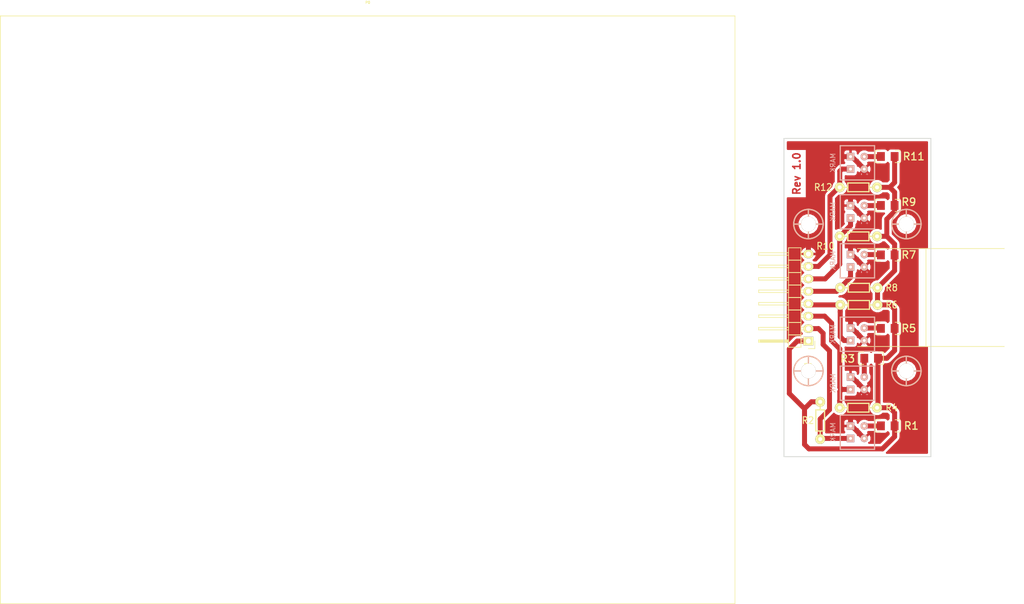
<source format=kicad_pcb>
(kicad_pcb (version 4) (host pcbnew 4.0.7)

  (general
    (links 42)
    (no_connects 0)
    (area -75.325001 39.090044 137.280912 162.825001)
    (thickness 1.6)
    (drawings 14)
    (tracks 126)
    (zones 0)
    (modules 24)
    (nets 15)
  )

  (page A4)
  (title_block
    (title "Sensores Velocista QRE1113GR_6")
    (date 2017-05-30)
    (rev 0.1)
    (company "Grupo Robótica Técnica 5")
  )

  (layers
    (0 F.Cu signal)
    (31 B.Cu signal)
    (32 B.Adhes user)
    (33 F.Adhes user)
    (34 B.Paste user)
    (35 F.Paste user)
    (36 B.SilkS user)
    (37 F.SilkS user)
    (38 B.Mask user)
    (39 F.Mask user)
    (40 Dwgs.User user)
    (41 Cmts.User user)
    (42 Eco1.User user)
    (43 Eco2.User user)
    (44 Edge.Cuts user)
    (45 Margin user)
    (46 B.CrtYd user)
    (47 F.CrtYd user)
    (48 B.Fab user)
    (49 F.Fab user)
  )

  (setup
    (last_trace_width 0.4)
    (user_trace_width 0.254)
    (user_trace_width 0.381)
    (user_trace_width 0.508)
    (user_trace_width 0.762)
    (user_trace_width 1.016)
    (user_trace_width 1.524)
    (trace_clearance 0.25)
    (zone_clearance 0.508)
    (zone_45_only yes)
    (trace_min 0.254)
    (segment_width 0.15)
    (edge_width 0.15)
    (via_size 2)
    (via_drill 0.4)
    (via_min_size 2)
    (via_min_drill 0.4)
    (uvia_size 0.3)
    (uvia_drill 0.1)
    (uvias_allowed no)
    (uvia_min_size 0.2)
    (uvia_min_drill 0.1)
    (pcb_text_width 0.3)
    (pcb_text_size 1.5 1.5)
    (mod_edge_width 0.15)
    (mod_text_size 1 1)
    (mod_text_width 0.15)
    (pad_size 4.064 4.064)
    (pad_drill 3.048)
    (pad_to_mask_clearance 0)
    (aux_axis_origin 110.998 126.365)
    (grid_origin 100.00234 50.0009)
    (visible_elements 7FFFFFFF)
    (pcbplotparams
      (layerselection 0x00000_00000001)
      (usegerberextensions false)
      (excludeedgelayer false)
      (linewidth 0.100000)
      (plotframeref false)
      (viasonmask false)
      (mode 1)
      (useauxorigin false)
      (hpglpennumber 1)
      (hpglpenspeed 20)
      (hpglpendiameter 15)
      (hpglpenoverlay 2)
      (psnegative false)
      (psa4output false)
      (plotreference true)
      (plotvalue true)
      (plotinvisibletext false)
      (padsonsilk false)
      (subtractmaskfromsilk false)
      (outputformat 5)
      (mirror true)
      (drillshape 1)
      (scaleselection 1)
      (outputdirectory ""))
  )

  (net 0 "")
  (net 1 GND)
  (net 2 VDD)
  (net 3 "Net-(R1-Pad2)")
  (net 4 "Net-(R3-Pad2)")
  (net 5 "Net-(R5-Pad2)")
  (net 6 "Net-(R7-Pad2)")
  (net 7 "Net-(R9-Pad2)")
  (net 8 "Net-(R11-Pad2)")
  (net 9 /A4)
  (net 10 /A5)
  (net 11 /A3)
  (net 12 /A2)
  (net 13 /A1)
  (net 14 /A0)

  (net_class Default "This is the default net class."
    (clearance 0.25)
    (trace_width 0.4)
    (via_dia 2)
    (via_drill 0.4)
    (uvia_dia 0.3)
    (uvia_drill 0.1)
    (add_net /A0)
    (add_net /A1)
    (add_net /A2)
    (add_net /A3)
    (add_net /A4)
    (add_net /A5)
    (add_net GND)
    (add_net "Net-(R1-Pad2)")
    (add_net "Net-(R11-Pad2)")
    (add_net "Net-(R3-Pad2)")
    (add_net "Net-(R5-Pad2)")
    (add_net "Net-(R7-Pad2)")
    (add_net "Net-(R9-Pad2)")
    (add_net VDD)
  )

  (module EESTN5:R_1206 (layer F.Cu) (tedit 59FBD219) (tstamp 58DDABFD)
    (at 106.19934 81.2009)
    (descr "SMT resistor, 1206")
    (path /5936A4E2)
    (fp_text reference R9 (at 4.303 -0.7) (layer F.SilkS)
      (effects (font (thickness 0.254)))
    )
    (fp_text value 100 (at 5 0) (layer F.SilkS) hide
      (effects (font (thickness 0.254)))
    )
    (fp_line (start 1.5 -1.25) (end 2.5 -1.25) (layer F.SilkS) (width 0.15))
    (fp_line (start 1.5 1.25) (end 2.5 1.25) (layer F.SilkS) (width 0.15))
    (fp_line (start 2.5 1.25) (end 2.5 -1.25) (layer F.SilkS) (width 0.15))
    (fp_line (start -2.5 -1.25) (end -2.5 1.25) (layer F.SilkS) (width 0.15))
    (fp_line (start -2.5 1.25) (end -1.5 1.25) (layer F.SilkS) (width 0.15))
    (fp_line (start -1.5 -1.25) (end -2.5 -1.25) (layer F.SilkS) (width 0.15))
    (pad 1 smd rect (at 1.397 0) (size 1.6002 1.8034) (layers F.Cu F.Paste F.Mask)
      (net 2 VDD))
    (pad 2 smd rect (at -1.397 0) (size 1.6002 1.8034) (layers F.Cu F.Paste F.Mask)
      (net 7 "Net-(R9-Pad2)"))
    (model R_1206.wrl
      (at (xyz 0 0 0))
      (scale (xyz 1 1 1))
      (rotate (xyz 0 0 0))
    )
  )

  (module EESTN5:hole_3mm (layer F.Cu) (tedit 58D70F74) (tstamp 58DDAAE7)
    (at 110 115)
    (descr "Hole 3mm")
    (path /58D77884)
    (fp_text reference H4 (at 0 -3.302) (layer F.SilkS) hide
      (effects (font (thickness 0.3048)))
    )
    (fp_text value Mounting_Hole (at 5.334 0) (layer F.SilkS) hide
      (effects (font (thickness 0.3048)))
    )
    (fp_line (start 0 -3) (end 0 3) (layer B.SilkS) (width 0.254))
    (fp_line (start -3 0) (end 3 0) (layer B.SilkS) (width 0.254))
    (fp_circle (center 0 0) (end 3 0) (layer B.SilkS) (width 0.254))
    (fp_circle (center 0 0) (end 3 0) (layer F.SilkS) (width 0.254))
    (fp_line (start -3 0) (end 3 0) (layer F.SilkS) (width 0.254))
    (fp_line (start 0 -3) (end 0 3) (layer F.SilkS) (width 0.254))
    (pad 1 thru_hole circle (at 0 0) (size 3 3) (drill 3) (layers *.Cu F.SilkS))
    (model walter/details/hole.wrl
      (at (xyz 0 0 0))
      (scale (xyz 1 1 1))
      (rotate (xyz 0 0 0))
    )
  )

  (module EESTN5:hole_3mm (layer F.Cu) (tedit 58D70F74) (tstamp 58DDAADC)
    (at 90 115)
    (descr "Hole 3mm")
    (path /58D7787E)
    (fp_text reference H3 (at 0 -3.302) (layer F.SilkS) hide
      (effects (font (thickness 0.3048)))
    )
    (fp_text value Mounting_Hole (at 5.334 0) (layer F.SilkS) hide
      (effects (font (thickness 0.3048)))
    )
    (fp_line (start 0 -3) (end 0 3) (layer B.SilkS) (width 0.254))
    (fp_line (start -3 0) (end 3 0) (layer B.SilkS) (width 0.254))
    (fp_circle (center 0 0) (end 3 0) (layer B.SilkS) (width 0.254))
    (fp_circle (center 0 0) (end 3 0) (layer F.SilkS) (width 0.254))
    (fp_line (start -3 0) (end 3 0) (layer F.SilkS) (width 0.254))
    (fp_line (start 0 -3) (end 0 3) (layer F.SilkS) (width 0.254))
    (pad 1 thru_hole circle (at 0 0) (size 3 3) (drill 3) (layers *.Cu F.SilkS))
    (model walter/details/hole.wrl
      (at (xyz 0 0 0))
      (scale (xyz 1 1 1))
      (rotate (xyz 0 0 0))
    )
  )

  (module EESTN5:hole_3mm (layer F.Cu) (tedit 58D70F74) (tstamp 58DDAAD1)
    (at 110 85)
    (descr "Hole 3mm")
    (path /58D777FD)
    (fp_text reference H2 (at 0 -3.302) (layer F.SilkS) hide
      (effects (font (thickness 0.3048)))
    )
    (fp_text value Mounting_Hole (at 5.334 0) (layer F.SilkS) hide
      (effects (font (thickness 0.3048)))
    )
    (fp_line (start 0 -3) (end 0 3) (layer B.SilkS) (width 0.254))
    (fp_line (start -3 0) (end 3 0) (layer B.SilkS) (width 0.254))
    (fp_circle (center 0 0) (end 3 0) (layer B.SilkS) (width 0.254))
    (fp_circle (center 0 0) (end 3 0) (layer F.SilkS) (width 0.254))
    (fp_line (start -3 0) (end 3 0) (layer F.SilkS) (width 0.254))
    (fp_line (start 0 -3) (end 0 3) (layer F.SilkS) (width 0.254))
    (pad 1 thru_hole circle (at 0 0) (size 3 3) (drill 3) (layers *.Cu F.SilkS))
    (model walter/details/hole.wrl
      (at (xyz 0 0 0))
      (scale (xyz 1 1 1))
      (rotate (xyz 0 0 0))
    )
  )

  (module EESTN5:hole_3mm (layer F.Cu) (tedit 58D70F74) (tstamp 58DDAAC6)
    (at 90 85)
    (descr "Hole 3mm")
    (path /58D76A0C)
    (fp_text reference H1 (at 0 -3.302) (layer F.SilkS) hide
      (effects (font (thickness 0.3048)))
    )
    (fp_text value Mounting_Hole (at 5.334 0) (layer F.SilkS) hide
      (effects (font (thickness 0.3048)))
    )
    (fp_line (start 0 -3) (end 0 3) (layer B.SilkS) (width 0.254))
    (fp_line (start -3 0) (end 3 0) (layer B.SilkS) (width 0.254))
    (fp_circle (center 0 0) (end 3 0) (layer B.SilkS) (width 0.254))
    (fp_circle (center 0 0) (end 3 0) (layer F.SilkS) (width 0.254))
    (fp_line (start -3 0) (end 3 0) (layer F.SilkS) (width 0.254))
    (fp_line (start 0 -3) (end 0 3) (layer F.SilkS) (width 0.254))
    (pad 1 thru_hole circle (at 0 0) (size 3 3) (drill 3) (layers *.Cu F.SilkS))
    (model walter/details/hole.wrl
      (at (xyz 0 0 0))
      (scale (xyz 1 1 1))
      (rotate (xyz 0 0 0))
    )
  )

  (module EESTN5:Pin_Header_Angled_1x08 (layer F.Cu) (tedit 0) (tstamp 59376B7D)
    (at 90 100 180)
    (descr "Through hole pin header")
    (tags "pin header")
    (path /59375F4B)
    (fp_text reference P1 (at 0 -13.99 180) (layer F.SilkS)
      (effects (font (size 1 1) (thickness 0.15)))
    )
    (fp_text value CONN_01X08 (at 0 -11.99 180) (layer F.Fab)
      (effects (font (size 1 1) (thickness 0.15)))
    )
    (fp_line (start -1.5 -10.64) (end -1.5 10.66) (layer F.CrtYd) (width 0.05))
    (fp_line (start 10.65 -10.64) (end 10.65 10.66) (layer F.CrtYd) (width 0.05))
    (fp_line (start -1.5 -10.64) (end 10.65 -10.64) (layer F.CrtYd) (width 0.05))
    (fp_line (start -1.5 10.66) (end 10.65 10.66) (layer F.CrtYd) (width 0.05))
    (fp_line (start -1.3 -10.44) (end -1.3 -8.89) (layer F.SilkS) (width 0.15))
    (fp_line (start 0 -10.44) (end -1.3 -10.44) (layer F.SilkS) (width 0.15))
    (fp_line (start 4.191 -9.017) (end 10.033 -9.017) (layer F.SilkS) (width 0.15))
    (fp_line (start 10.033 -9.017) (end 10.033 -8.763) (layer F.SilkS) (width 0.15))
    (fp_line (start 10.033 -8.763) (end 4.191 -8.763) (layer F.SilkS) (width 0.15))
    (fp_line (start 4.191 -8.763) (end 4.191 -8.89) (layer F.SilkS) (width 0.15))
    (fp_line (start 4.191 -8.89) (end 10.033 -8.89) (layer F.SilkS) (width 0.15))
    (fp_line (start 1.524 8.636) (end 1.143 8.636) (layer F.SilkS) (width 0.15))
    (fp_line (start 1.524 9.144) (end 1.143 9.144) (layer F.SilkS) (width 0.15))
    (fp_line (start 1.524 -9.144) (end 1.143 -9.144) (layer F.SilkS) (width 0.15))
    (fp_line (start 1.524 -8.636) (end 1.143 -8.636) (layer F.SilkS) (width 0.15))
    (fp_line (start 1.524 -6.604) (end 1.143 -6.604) (layer F.SilkS) (width 0.15))
    (fp_line (start 1.524 -6.096) (end 1.143 -6.096) (layer F.SilkS) (width 0.15))
    (fp_line (start 1.524 -4.064) (end 1.143 -4.064) (layer F.SilkS) (width 0.15))
    (fp_line (start 1.524 -3.556) (end 1.143 -3.556) (layer F.SilkS) (width 0.15))
    (fp_line (start 1.524 6.604) (end 1.143 6.604) (layer F.SilkS) (width 0.15))
    (fp_line (start 1.524 6.096) (end 1.143 6.096) (layer F.SilkS) (width 0.15))
    (fp_line (start 1.524 4.064) (end 1.143 4.064) (layer F.SilkS) (width 0.15))
    (fp_line (start 1.524 3.556) (end 1.143 3.556) (layer F.SilkS) (width 0.15))
    (fp_line (start 1.524 1.524) (end 1.143 1.524) (layer F.SilkS) (width 0.15))
    (fp_line (start 1.524 1.016) (end 1.143 1.016) (layer F.SilkS) (width 0.15))
    (fp_line (start 1.524 -1.016) (end 1.143 -1.016) (layer F.SilkS) (width 0.15))
    (fp_line (start 1.524 -1.524) (end 1.143 -1.524) (layer F.SilkS) (width 0.15))
    (fp_line (start 1.524 5.08) (end 4.064 5.08) (layer F.SilkS) (width 0.15))
    (fp_line (start 1.524 5.08) (end 1.524 7.62) (layer F.SilkS) (width 0.15))
    (fp_line (start 1.524 7.62) (end 4.064 7.62) (layer F.SilkS) (width 0.15))
    (fp_line (start 4.064 6.096) (end 10.16 6.096) (layer F.SilkS) (width 0.15))
    (fp_line (start 10.16 6.096) (end 10.16 6.604) (layer F.SilkS) (width 0.15))
    (fp_line (start 10.16 6.604) (end 4.064 6.604) (layer F.SilkS) (width 0.15))
    (fp_line (start 4.064 7.62) (end 4.064 5.08) (layer F.SilkS) (width 0.15))
    (fp_line (start 4.064 10.16) (end 4.064 7.62) (layer F.SilkS) (width 0.15))
    (fp_line (start 10.16 9.144) (end 4.064 9.144) (layer F.SilkS) (width 0.15))
    (fp_line (start 10.16 8.636) (end 10.16 9.144) (layer F.SilkS) (width 0.15))
    (fp_line (start 4.064 8.636) (end 10.16 8.636) (layer F.SilkS) (width 0.15))
    (fp_line (start 1.524 7.62) (end 1.524 10.16) (layer F.SilkS) (width 0.15))
    (fp_line (start 1.524 7.62) (end 4.064 7.62) (layer F.SilkS) (width 0.15))
    (fp_line (start 1.524 10.16) (end 4.064 10.16) (layer F.SilkS) (width 0.15))
    (fp_line (start 1.524 -10.16) (end 4.064 -10.16) (layer F.SilkS) (width 0.15))
    (fp_line (start 1.524 -7.62) (end 4.064 -7.62) (layer F.SilkS) (width 0.15))
    (fp_line (start 1.524 -7.62) (end 1.524 -5.08) (layer F.SilkS) (width 0.15))
    (fp_line (start 1.524 -5.08) (end 4.064 -5.08) (layer F.SilkS) (width 0.15))
    (fp_line (start 4.064 -6.604) (end 10.16 -6.604) (layer F.SilkS) (width 0.15))
    (fp_line (start 10.16 -6.604) (end 10.16 -6.096) (layer F.SilkS) (width 0.15))
    (fp_line (start 10.16 -6.096) (end 4.064 -6.096) (layer F.SilkS) (width 0.15))
    (fp_line (start 4.064 -5.08) (end 4.064 -7.62) (layer F.SilkS) (width 0.15))
    (fp_line (start 4.064 -7.62) (end 4.064 -10.16) (layer F.SilkS) (width 0.15))
    (fp_line (start 10.16 -8.636) (end 4.064 -8.636) (layer F.SilkS) (width 0.15))
    (fp_line (start 10.16 -9.144) (end 10.16 -8.636) (layer F.SilkS) (width 0.15))
    (fp_line (start 4.064 -9.144) (end 10.16 -9.144) (layer F.SilkS) (width 0.15))
    (fp_line (start 1.524 -7.62) (end 4.064 -7.62) (layer F.SilkS) (width 0.15))
    (fp_line (start 1.524 -10.16) (end 1.524 -7.62) (layer F.SilkS) (width 0.15))
    (fp_line (start 1.524 0) (end 4.064 0) (layer F.SilkS) (width 0.15))
    (fp_line (start 1.524 0) (end 1.524 2.54) (layer F.SilkS) (width 0.15))
    (fp_line (start 1.524 2.54) (end 4.064 2.54) (layer F.SilkS) (width 0.15))
    (fp_line (start 4.064 1.016) (end 10.16 1.016) (layer F.SilkS) (width 0.15))
    (fp_line (start 10.16 1.016) (end 10.16 1.524) (layer F.SilkS) (width 0.15))
    (fp_line (start 10.16 1.524) (end 4.064 1.524) (layer F.SilkS) (width 0.15))
    (fp_line (start 4.064 2.54) (end 4.064 0) (layer F.SilkS) (width 0.15))
    (fp_line (start 4.064 5.08) (end 4.064 2.54) (layer F.SilkS) (width 0.15))
    (fp_line (start 10.16 4.064) (end 4.064 4.064) (layer F.SilkS) (width 0.15))
    (fp_line (start 10.16 3.556) (end 10.16 4.064) (layer F.SilkS) (width 0.15))
    (fp_line (start 4.064 3.556) (end 10.16 3.556) (layer F.SilkS) (width 0.15))
    (fp_line (start 1.524 5.08) (end 4.064 5.08) (layer F.SilkS) (width 0.15))
    (fp_line (start 1.524 2.54) (end 1.524 5.08) (layer F.SilkS) (width 0.15))
    (fp_line (start 1.524 2.54) (end 4.064 2.54) (layer F.SilkS) (width 0.15))
    (fp_line (start 1.524 -2.54) (end 4.064 -2.54) (layer F.SilkS) (width 0.15))
    (fp_line (start 1.524 -2.54) (end 1.524 0) (layer F.SilkS) (width 0.15))
    (fp_line (start 1.524 0) (end 4.064 0) (layer F.SilkS) (width 0.15))
    (fp_line (start 4.064 -1.524) (end 10.16 -1.524) (layer F.SilkS) (width 0.15))
    (fp_line (start 10.16 -1.524) (end 10.16 -1.016) (layer F.SilkS) (width 0.15))
    (fp_line (start 10.16 -1.016) (end 4.064 -1.016) (layer F.SilkS) (width 0.15))
    (fp_line (start 4.064 0) (end 4.064 -2.54) (layer F.SilkS) (width 0.15))
    (fp_line (start 4.064 -2.54) (end 4.064 -5.08) (layer F.SilkS) (width 0.15))
    (fp_line (start 10.16 -3.556) (end 4.064 -3.556) (layer F.SilkS) (width 0.15))
    (fp_line (start 10.16 -4.064) (end 10.16 -3.556) (layer F.SilkS) (width 0.15))
    (fp_line (start 4.064 -4.064) (end 10.16 -4.064) (layer F.SilkS) (width 0.15))
    (fp_line (start 1.524 -2.54) (end 4.064 -2.54) (layer F.SilkS) (width 0.15))
    (fp_line (start 1.524 -5.08) (end 1.524 -2.54) (layer F.SilkS) (width 0.15))
    (fp_line (start 1.524 -5.08) (end 4.064 -5.08) (layer F.SilkS) (width 0.15))
    (pad 1 thru_hole rect (at 0 -8.89 180) (size 2.032 1.7272) (drill 1.016) (layers *.Cu *.Mask F.SilkS)
      (net 2 VDD))
    (pad 2 thru_hole oval (at 0 -6.35 180) (size 2.032 1.7272) (drill 1.016) (layers *.Cu *.Mask F.SilkS)
      (net 14 /A0))
    (pad 3 thru_hole oval (at 0 -3.81 180) (size 2.032 1.7272) (drill 1.016) (layers *.Cu *.Mask F.SilkS)
      (net 13 /A1))
    (pad 4 thru_hole oval (at 0 -1.27 180) (size 2.032 1.7272) (drill 1.016) (layers *.Cu *.Mask F.SilkS)
      (net 12 /A2))
    (pad 5 thru_hole oval (at 0 1.27 180) (size 2.032 1.7272) (drill 1.016) (layers *.Cu *.Mask F.SilkS)
      (net 11 /A3))
    (pad 6 thru_hole oval (at 0 3.81 180) (size 2.032 1.7272) (drill 1.016) (layers *.Cu *.Mask F.SilkS)
      (net 9 /A4))
    (pad 7 thru_hole oval (at 0 6.35 180) (size 2.032 1.7272) (drill 1.016) (layers *.Cu *.Mask F.SilkS)
      (net 10 /A5))
    (pad 8 thru_hole oval (at 0 8.89 180) (size 2.032 1.7272) (drill 1.016) (layers *.Cu *.Mask F.SilkS)
      (net 1 GND))
    (model Pin_Header_Angled_1x08.wrl
      (at (xyz 0 0 0))
      (scale (xyz 1 1 1))
      (rotate (xyz 0 0 90))
    )
  )

  (module EESTN5:CNY70 (layer B.Cu) (tedit 5A15AA00) (tstamp 5A0E616F)
    (at 100 127.5 180)
    (descr CNY70)
    (tags CNY70)
    (path /593685BF)
    (fp_text reference U1 (at 0 -5.25 180) (layer B.SilkS) hide
      (effects (font (thickness 0.3048)) (justify mirror))
    )
    (fp_text value CNY70 (at 0 5 180) (layer B.SilkS) hide
      (effects (font (thickness 0.3048)) (justify mirror))
    )
    (fp_text user MARK (at 5 0 450) (layer B.SilkS)
      (effects (font (size 1 1) (thickness 0.15)) (justify mirror))
    )
    (fp_line (start -3.5 3.5) (end -3.5 -3.5) (layer B.SilkS) (width 0.254))
    (fp_line (start 3.5 3.5) (end 3.5 -3.5) (layer B.SilkS) (width 0.254))
    (fp_line (start -3.5 3.5) (end 3.5 3.5) (layer B.SilkS) (width 0.254))
    (fp_line (start 3.5 -3.5) (end -3.5 -3.5) (layer B.SilkS) (width 0.254))
    (pad 1 thru_hole circle (at -1.4 1.27 180) (size 1.524 1.524) (drill 0.6) (layers *.Cu *.Mask B.SilkS)
      (net 3 "Net-(R1-Pad2)"))
    (pad 2 thru_hole circle (at -1.4 -1.27 180) (size 1.524 1.524) (drill 0.6) (layers *.Cu *.Mask B.SilkS)
      (net 1 GND))
    (pad 3 thru_hole rect (at 1.4 -1.27 180) (size 1.524 1.524) (drill 0.6) (layers *.Cu *.Mask B.SilkS)
      (net 14 /A0))
    (pad 4 thru_hole rect (at 1.4 1.27 180) (size 1.524 1.524) (drill 0.6) (layers *.Cu *.Mask B.SilkS)
      (net 1 GND))
    (model CNY70.wrl
      (at (xyz 0 0 0.005))
      (scale (xyz 0.393701 0.393701 0.393701))
      (rotate (xyz -90 0 180))
    )
  )

  (module EESTN5:CNY70 locked (layer B.Cu) (tedit 5A15AA02) (tstamp 5A0E6176)
    (at 100 117.5 180)
    (descr CNY70)
    (tags CNY70)
    (path /5936A30B)
    (fp_text reference U2 (at 0 -5.25 180) (layer B.SilkS) hide
      (effects (font (thickness 0.3048)) (justify mirror))
    )
    (fp_text value CNY70 (at 0 5 180) (layer B.SilkS) hide
      (effects (font (thickness 0.3048)) (justify mirror))
    )
    (fp_text user MARK (at 5 0 450) (layer B.SilkS)
      (effects (font (size 1 1) (thickness 0.15)) (justify mirror))
    )
    (fp_line (start -3.5 3.5) (end -3.5 -3.5) (layer B.SilkS) (width 0.254))
    (fp_line (start 3.5 3.5) (end 3.5 -3.5) (layer B.SilkS) (width 0.254))
    (fp_line (start -3.5 3.5) (end 3.5 3.5) (layer B.SilkS) (width 0.254))
    (fp_line (start 3.5 -3.5) (end -3.5 -3.5) (layer B.SilkS) (width 0.254))
    (pad 1 thru_hole circle (at -1.4 1.27 180) (size 1.524 1.524) (drill 0.6) (layers *.Cu *.Mask B.SilkS)
      (net 4 "Net-(R3-Pad2)"))
    (pad 2 thru_hole circle (at -1.4 -1.27 180) (size 1.524 1.524) (drill 0.6) (layers *.Cu *.Mask B.SilkS)
      (net 1 GND))
    (pad 3 thru_hole rect (at 1.4 -1.27 180) (size 1.524 1.524) (drill 0.6) (layers *.Cu *.Mask B.SilkS)
      (net 13 /A1))
    (pad 4 thru_hole rect (at 1.4 1.27 180) (size 1.524 1.524) (drill 0.6) (layers *.Cu *.Mask B.SilkS)
      (net 1 GND))
    (model CNY70.wrl
      (at (xyz 0 0 0.005))
      (scale (xyz 0.393701 0.393701 0.393701))
      (rotate (xyz -90 0 180))
    )
  )

  (module EESTN5:CNY70 (layer B.Cu) (tedit 5A15A9F7) (tstamp 5A0E617D)
    (at 100 107.5 180)
    (descr CNY70)
    (tags CNY70)
    (path /5936A3D0)
    (fp_text reference U3 (at 0 -5.25 180) (layer B.SilkS) hide
      (effects (font (thickness 0.3048)) (justify mirror))
    )
    (fp_text value CNY70 (at 0 5 180) (layer B.SilkS) hide
      (effects (font (thickness 0.3048)) (justify mirror))
    )
    (fp_text user MARK (at 5 0 450) (layer B.SilkS)
      (effects (font (size 1 1) (thickness 0.15)) (justify mirror))
    )
    (fp_line (start -3.5 3.5) (end -3.5 -3.5) (layer B.SilkS) (width 0.254))
    (fp_line (start 3.5 3.5) (end 3.5 -3.5) (layer B.SilkS) (width 0.254))
    (fp_line (start -3.5 3.5) (end 3.5 3.5) (layer B.SilkS) (width 0.254))
    (fp_line (start 3.5 -3.5) (end -3.5 -3.5) (layer B.SilkS) (width 0.254))
    (pad 1 thru_hole circle (at -1.4 1.27 180) (size 1.524 1.524) (drill 0.6) (layers *.Cu *.Mask B.SilkS)
      (net 5 "Net-(R5-Pad2)"))
    (pad 2 thru_hole circle (at -1.4 -1.27 180) (size 1.524 1.524) (drill 0.6) (layers *.Cu *.Mask B.SilkS)
      (net 1 GND))
    (pad 3 thru_hole rect (at 1.4 -1.27 180) (size 1.524 1.524) (drill 0.6) (layers *.Cu *.Mask B.SilkS)
      (net 12 /A2))
    (pad 4 thru_hole rect (at 1.4 1.27 180) (size 1.524 1.524) (drill 0.6) (layers *.Cu *.Mask B.SilkS)
      (net 1 GND))
    (model CNY70.wrl
      (at (xyz 0 0 0.005))
      (scale (xyz 0.393701 0.393701 0.393701))
      (rotate (xyz -90 0 180))
    )
  )

  (module EESTN5:CNY70 (layer B.Cu) (tedit 5A15A9E5) (tstamp 5A0E6184)
    (at 100 92.5 180)
    (descr CNY70)
    (tags CNY70)
    (path /5936A405)
    (fp_text reference U4 (at 0 -5.25 180) (layer B.SilkS) hide
      (effects (font (thickness 0.3048)) (justify mirror))
    )
    (fp_text value CNY70 (at 0 5 180) (layer B.SilkS) hide
      (effects (font (thickness 0.3048)) (justify mirror))
    )
    (fp_text user MARK (at 5 0 450) (layer B.SilkS)
      (effects (font (size 1 1) (thickness 0.15)) (justify mirror))
    )
    (fp_line (start -3.5 3.5) (end -3.5 -3.5) (layer B.SilkS) (width 0.254))
    (fp_line (start 3.5 3.5) (end 3.5 -3.5) (layer B.SilkS) (width 0.254))
    (fp_line (start -3.5 3.5) (end 3.5 3.5) (layer B.SilkS) (width 0.254))
    (fp_line (start 3.5 -3.5) (end -3.5 -3.5) (layer B.SilkS) (width 0.254))
    (pad 1 thru_hole circle (at -1.4 1.27 180) (size 1.524 1.524) (drill 0.6) (layers *.Cu *.Mask B.SilkS)
      (net 6 "Net-(R7-Pad2)"))
    (pad 2 thru_hole circle (at -1.4 -1.27 180) (size 1.524 1.524) (drill 0.6) (layers *.Cu *.Mask B.SilkS)
      (net 1 GND))
    (pad 3 thru_hole rect (at 1.4 -1.27 180) (size 1.524 1.524) (drill 0.6) (layers *.Cu *.Mask B.SilkS)
      (net 11 /A3))
    (pad 4 thru_hole rect (at 1.4 1.27 180) (size 1.524 1.524) (drill 0.6) (layers *.Cu *.Mask B.SilkS)
      (net 1 GND))
    (model CNY70.wrl
      (at (xyz 0 0 0.005))
      (scale (xyz 0.393701 0.393701 0.393701))
      (rotate (xyz -90 0 180))
    )
  )

  (module EESTN5:CNY70 (layer B.Cu) (tedit 5A15A9E0) (tstamp 5A0E618B)
    (at 100 82.5 180)
    (descr CNY70)
    (tags CNY70)
    (path /5936A4DC)
    (fp_text reference U5 (at 0 -5.25 180) (layer B.SilkS) hide
      (effects (font (thickness 0.3048)) (justify mirror))
    )
    (fp_text value CNY70 (at 7.49766 -0.0009 270) (layer B.SilkS) hide
      (effects (font (thickness 0.3048)) (justify mirror))
    )
    (fp_text user MARK (at 5 0 450) (layer B.SilkS)
      (effects (font (size 1 1) (thickness 0.15)) (justify mirror))
    )
    (fp_line (start -3.5 3.5) (end -3.5 -3.5) (layer B.SilkS) (width 0.254))
    (fp_line (start 3.5 3.5) (end 3.5 -3.5) (layer B.SilkS) (width 0.254))
    (fp_line (start -3.5 3.5) (end 3.5 3.5) (layer B.SilkS) (width 0.254))
    (fp_line (start 3.5 -3.5) (end -3.5 -3.5) (layer B.SilkS) (width 0.254))
    (pad 1 thru_hole circle (at -1.4 1.27 180) (size 1.524 1.524) (drill 0.6) (layers *.Cu *.Mask B.SilkS)
      (net 7 "Net-(R9-Pad2)"))
    (pad 2 thru_hole circle (at -1.4 -1.27 180) (size 1.524 1.524) (drill 0.6) (layers *.Cu *.Mask B.SilkS)
      (net 1 GND))
    (pad 3 thru_hole rect (at 1.4 -1.27 180) (size 1.524 1.524) (drill 0.6) (layers *.Cu *.Mask B.SilkS)
      (net 9 /A4))
    (pad 4 thru_hole rect (at 1.4 1.27 180) (size 1.524 1.524) (drill 0.6) (layers *.Cu *.Mask B.SilkS)
      (net 1 GND))
    (model CNY70.wrl
      (at (xyz 0 0 0.005))
      (scale (xyz 0.393701 0.393701 0.393701))
      (rotate (xyz -90 0 180))
    )
  )

  (module EESTN5:CNY70 (layer B.Cu) (tedit 5A15A9CD) (tstamp 5A0E6207)
    (at 100 72.5 180)
    (descr CNY70)
    (tags CNY70)
    (path /5936A511)
    (fp_text reference U6 (at 0 -5.25 180) (layer B.SilkS) hide
      (effects (font (thickness 0.3048)) (justify mirror))
    )
    (fp_text value CNY70 (at 7.49766 -0.0009 270) (layer B.SilkS) hide
      (effects (font (thickness 0.3048)) (justify mirror))
    )
    (fp_text user MARK (at 5 0 450) (layer B.SilkS)
      (effects (font (size 1 1) (thickness 0.15)) (justify mirror))
    )
    (fp_line (start -3.5 3.5) (end -3.5 -3.5) (layer B.SilkS) (width 0.254))
    (fp_line (start 3.5 3.5) (end 3.5 -3.5) (layer B.SilkS) (width 0.254))
    (fp_line (start -3.5 3.5) (end 3.5 3.5) (layer B.SilkS) (width 0.254))
    (fp_line (start 3.5 -3.5) (end -3.5 -3.5) (layer B.SilkS) (width 0.254))
    (pad 1 thru_hole circle (at -1.4 1.27 180) (size 1.524 1.524) (drill 0.6) (layers *.Cu *.Mask B.SilkS)
      (net 8 "Net-(R11-Pad2)"))
    (pad 2 thru_hole circle (at -1.4 -1.27 180) (size 1.524 1.524) (drill 0.6) (layers *.Cu *.Mask B.SilkS)
      (net 1 GND))
    (pad 3 thru_hole rect (at 1.4 -1.27 180) (size 1.524 1.524) (drill 0.6) (layers *.Cu *.Mask B.SilkS)
      (net 10 /A5))
    (pad 4 thru_hole rect (at 1.4 1.27 180) (size 1.524 1.524) (drill 0.6) (layers *.Cu *.Mask B.SilkS)
      (net 1 GND))
    (model CNY70.wrl
      (at (xyz 0 0 0.005))
      (scale (xyz 0.393701 0.393701 0.393701))
      (rotate (xyz -90 0 180))
    )
  )

  (module EESTN5:Pista_Velocista (layer F.Cu) (tedit 5A15AB6E) (tstamp 5A0E6860)
    (at 0 102.5)
    (descr "Pista Velocista")
    (path /5A0E7593)
    (fp_text reference P0 (at 0.0254 -62.75) (layer F.SilkS)
      (effects (font (size 0.50038 0.50038) (thickness 0.11938)))
    )
    (fp_text value Pista (at 0.00234 1.0009) (layer F.SilkS) hide
      (effects (font (size 0.50038 0.50038) (thickness 0.11938)))
    )
    (fp_line (start -75 -60) (end -75 60) (layer F.SilkS) (width 0.15))
    (fp_line (start -75 -60) (end 75 -60) (layer F.SilkS) (width 0.15))
    (fp_line (start -75 60) (end 75 60) (layer F.SilkS) (width 0.127))
    (fp_line (start 75 -60) (end 75 60) (layer F.SilkS) (width 0.127))
    (model Pista_Velocista_2017.wrl
      (at (xyz 0 0 -0.5))
      (scale (xyz 1 1 1))
      (rotate (xyz 0 0 0))
    )
  )

  (module EESTN5:R_1206 (layer F.Cu) (tedit 59FBD219) (tstamp 5A0E6866)
    (at 106.20234 71.2009)
    (descr "SMT resistor, 1206")
    (path /5936A517)
    (fp_text reference R11 (at 5.3 0) (layer F.SilkS)
      (effects (font (thickness 0.254)))
    )
    (fp_text value 100 (at 5 0) (layer F.SilkS) hide
      (effects (font (thickness 0.254)))
    )
    (fp_line (start 1.5 -1.25) (end 2.5 -1.25) (layer F.SilkS) (width 0.15))
    (fp_line (start 1.5 1.25) (end 2.5 1.25) (layer F.SilkS) (width 0.15))
    (fp_line (start 2.5 1.25) (end 2.5 -1.25) (layer F.SilkS) (width 0.15))
    (fp_line (start -2.5 -1.25) (end -2.5 1.25) (layer F.SilkS) (width 0.15))
    (fp_line (start -2.5 1.25) (end -1.5 1.25) (layer F.SilkS) (width 0.15))
    (fp_line (start -1.5 -1.25) (end -2.5 -1.25) (layer F.SilkS) (width 0.15))
    (pad 1 smd rect (at 1.397 0) (size 1.6002 1.8034) (layers F.Cu F.Paste F.Mask)
      (net 2 VDD))
    (pad 2 smd rect (at -1.397 0) (size 1.6002 1.8034) (layers F.Cu F.Paste F.Mask)
      (net 8 "Net-(R11-Pad2)"))
    (model R_1206.wrl
      (at (xyz 0 0 0))
      (scale (xyz 1 1 1))
      (rotate (xyz 0 0 0))
    )
  )

  (module EESTN5:R_1206 (layer F.Cu) (tedit 59FBD219) (tstamp 58DDAB9D)
    (at 106.19934 126.2009)
    (descr "SMT resistor, 1206")
    (path /593687DA)
    (fp_text reference R1 (at 4.803 0) (layer F.SilkS)
      (effects (font (thickness 0.254)))
    )
    (fp_text value 100 (at 5 0) (layer F.SilkS) hide
      (effects (font (thickness 0.254)))
    )
    (fp_line (start 1.5 -1.25) (end 2.5 -1.25) (layer F.SilkS) (width 0.15))
    (fp_line (start 1.5 1.25) (end 2.5 1.25) (layer F.SilkS) (width 0.15))
    (fp_line (start 2.5 1.25) (end 2.5 -1.25) (layer F.SilkS) (width 0.15))
    (fp_line (start -2.5 -1.25) (end -2.5 1.25) (layer F.SilkS) (width 0.15))
    (fp_line (start -2.5 1.25) (end -1.5 1.25) (layer F.SilkS) (width 0.15))
    (fp_line (start -1.5 -1.25) (end -2.5 -1.25) (layer F.SilkS) (width 0.15))
    (pad 1 smd rect (at 1.397 0) (size 1.6002 1.8034) (layers F.Cu F.Paste F.Mask)
      (net 2 VDD))
    (pad 2 smd rect (at -1.397 0) (size 1.6002 1.8034) (layers F.Cu F.Paste F.Mask)
      (net 3 "Net-(R1-Pad2)"))
    (model R_1206.wrl
      (at (xyz 0 0 0))
      (scale (xyz 1 1 1))
      (rotate (xyz 0 0 0))
    )
  )

  (module EESTN5:R_1206 (layer F.Cu) (tedit 59FBD219) (tstamp 58DDABB5)
    (at 102.80234 112.4009)
    (descr "SMT resistor, 1206")
    (path /5936A311)
    (fp_text reference R3 (at -4.8 0.1) (layer F.SilkS)
      (effects (font (thickness 0.254)))
    )
    (fp_text value 100 (at 5 0) (layer F.SilkS) hide
      (effects (font (thickness 0.254)))
    )
    (fp_line (start 1.5 -1.25) (end 2.5 -1.25) (layer F.SilkS) (width 0.15))
    (fp_line (start 1.5 1.25) (end 2.5 1.25) (layer F.SilkS) (width 0.15))
    (fp_line (start 2.5 1.25) (end 2.5 -1.25) (layer F.SilkS) (width 0.15))
    (fp_line (start -2.5 -1.25) (end -2.5 1.25) (layer F.SilkS) (width 0.15))
    (fp_line (start -2.5 1.25) (end -1.5 1.25) (layer F.SilkS) (width 0.15))
    (fp_line (start -1.5 -1.25) (end -2.5 -1.25) (layer F.SilkS) (width 0.15))
    (pad 1 smd rect (at 1.397 0) (size 1.6002 1.8034) (layers F.Cu F.Paste F.Mask)
      (net 2 VDD))
    (pad 2 smd rect (at -1.397 0) (size 1.6002 1.8034) (layers F.Cu F.Paste F.Mask)
      (net 4 "Net-(R3-Pad2)"))
    (model R_1206.wrl
      (at (xyz 0 0 0))
      (scale (xyz 1 1 1))
      (rotate (xyz 0 0 0))
    )
  )

  (module EESTN5:R_1206 (layer F.Cu) (tedit 59FBD219) (tstamp 58DDABCD)
    (at 106.20234 106.3009)
    (descr "SMT resistor, 1206")
    (path /5936A3D6)
    (fp_text reference R5 (at 4.3 0) (layer F.SilkS)
      (effects (font (thickness 0.254)))
    )
    (fp_text value 100 (at 5 0) (layer F.SilkS) hide
      (effects (font (thickness 0.254)))
    )
    (fp_line (start 1.5 -1.25) (end 2.5 -1.25) (layer F.SilkS) (width 0.15))
    (fp_line (start 1.5 1.25) (end 2.5 1.25) (layer F.SilkS) (width 0.15))
    (fp_line (start 2.5 1.25) (end 2.5 -1.25) (layer F.SilkS) (width 0.15))
    (fp_line (start -2.5 -1.25) (end -2.5 1.25) (layer F.SilkS) (width 0.15))
    (fp_line (start -2.5 1.25) (end -1.5 1.25) (layer F.SilkS) (width 0.15))
    (fp_line (start -1.5 -1.25) (end -2.5 -1.25) (layer F.SilkS) (width 0.15))
    (pad 1 smd rect (at 1.397 0) (size 1.6002 1.8034) (layers F.Cu F.Paste F.Mask)
      (net 2 VDD))
    (pad 2 smd rect (at -1.397 0) (size 1.6002 1.8034) (layers F.Cu F.Paste F.Mask)
      (net 5 "Net-(R5-Pad2)"))
    (model R_1206.wrl
      (at (xyz 0 0 0))
      (scale (xyz 1 1 1))
      (rotate (xyz 0 0 0))
    )
  )

  (module EESTN5:R_1206 (layer F.Cu) (tedit 59FBD219) (tstamp 58DDABE5)
    (at 106.19934 91.3009)
    (descr "SMT resistor, 1206")
    (path /5936A40B)
    (fp_text reference R7 (at 4.303 0) (layer F.SilkS)
      (effects (font (thickness 0.254)))
    )
    (fp_text value 100 (at 5 0) (layer F.SilkS) hide
      (effects (font (thickness 0.254)))
    )
    (fp_line (start 1.5 -1.25) (end 2.5 -1.25) (layer F.SilkS) (width 0.15))
    (fp_line (start 1.5 1.25) (end 2.5 1.25) (layer F.SilkS) (width 0.15))
    (fp_line (start 2.5 1.25) (end 2.5 -1.25) (layer F.SilkS) (width 0.15))
    (fp_line (start -2.5 -1.25) (end -2.5 1.25) (layer F.SilkS) (width 0.15))
    (fp_line (start -2.5 1.25) (end -1.5 1.25) (layer F.SilkS) (width 0.15))
    (fp_line (start -1.5 -1.25) (end -2.5 -1.25) (layer F.SilkS) (width 0.15))
    (pad 1 smd rect (at 1.397 0) (size 1.6002 1.8034) (layers F.Cu F.Paste F.Mask)
      (net 2 VDD))
    (pad 2 smd rect (at -1.397 0) (size 1.6002 1.8034) (layers F.Cu F.Paste F.Mask)
      (net 6 "Net-(R7-Pad2)"))
    (model R_1206.wrl
      (at (xyz 0 0 0))
      (scale (xyz 1 1 1))
      (rotate (xyz 0 0 0))
    )
  )

  (module EESTN5:RES0.3 (layer F.Cu) (tedit 582991FD) (tstamp 58DDAC09)
    (at 100.20234 87.5009)
    (descr "Resistor, RC03")
    (tags R)
    (path /5936A4D6)
    (autoplace_cost180 10)
    (fp_text reference R10 (at -6.7 2) (layer F.SilkS)
      (effects (font (size 1.397 1.27) (thickness 0.2032)))
    )
    (fp_text value 4K7 (at 0 2.032) (layer F.SilkS) hide
      (effects (font (size 1.397 1.27) (thickness 0.2032)))
    )
    (fp_line (start 2.159 0) (end 3.81 0) (layer F.SilkS) (width 0.254))
    (fp_line (start -2.159 0) (end -3.81 0) (layer F.SilkS) (width 0.254))
    (fp_line (start -2.159 -0.889) (end -2.159 0.889) (layer F.SilkS) (width 0.254))
    (fp_line (start -2.159 0.889) (end 2.159 0.889) (layer F.SilkS) (width 0.254))
    (fp_line (start 2.159 0.889) (end 2.159 -0.889) (layer F.SilkS) (width 0.254))
    (fp_line (start 2.159 -0.889) (end -2.159 -0.889) (layer F.SilkS) (width 0.254))
    (pad 1 thru_hole circle (at -3.81 0) (size 1.99898 1.99898) (drill 0.8001) (layers *.Cu *.Mask F.SilkS)
      (net 9 /A4))
    (pad 2 thru_hole circle (at 3.81 0) (size 1.99898 1.99898) (drill 0.8001) (layers *.Cu *.Mask F.SilkS)
      (net 2 VDD))
    (model res0.3.wrl
      (at (xyz 0.06 0 0.04))
      (scale (xyz 0.393701 0.393701 0.393701))
      (rotate (xyz -90 0 90))
    )
  )

  (module EESTN5:RES0.3 (layer F.Cu) (tedit 582991FD) (tstamp 58DDABF1)
    (at 100.30234 98.0009)
    (descr "Resistor, RC03")
    (tags R)
    (path /5936A3FF)
    (autoplace_cost180 10)
    (fp_text reference R8 (at 6.7 0) (layer F.SilkS)
      (effects (font (size 1.397 1.27) (thickness 0.2032)))
    )
    (fp_text value 4K7 (at 0 2.032) (layer F.SilkS) hide
      (effects (font (size 1.397 1.27) (thickness 0.2032)))
    )
    (fp_line (start 2.159 0) (end 3.81 0) (layer F.SilkS) (width 0.254))
    (fp_line (start -2.159 0) (end -3.81 0) (layer F.SilkS) (width 0.254))
    (fp_line (start -2.159 -0.889) (end -2.159 0.889) (layer F.SilkS) (width 0.254))
    (fp_line (start -2.159 0.889) (end 2.159 0.889) (layer F.SilkS) (width 0.254))
    (fp_line (start 2.159 0.889) (end 2.159 -0.889) (layer F.SilkS) (width 0.254))
    (fp_line (start 2.159 -0.889) (end -2.159 -0.889) (layer F.SilkS) (width 0.254))
    (pad 1 thru_hole circle (at -3.81 0) (size 1.99898 1.99898) (drill 0.8001) (layers *.Cu *.Mask F.SilkS)
      (net 11 /A3))
    (pad 2 thru_hole circle (at 3.81 0) (size 1.99898 1.99898) (drill 0.8001) (layers *.Cu *.Mask F.SilkS)
      (net 2 VDD))
    (model res0.3.wrl
      (at (xyz 0.06 0 0.04))
      (scale (xyz 0.393701 0.393701 0.393701))
      (rotate (xyz -90 0 90))
    )
  )

  (module EESTN5:RES0.3 (layer F.Cu) (tedit 582991FD) (tstamp 58DDABD9)
    (at 100.30234 101.5009)
    (descr "Resistor, RC03")
    (tags R)
    (path /5936A3CA)
    (autoplace_cost180 10)
    (fp_text reference R6 (at 6.7 0) (layer F.SilkS)
      (effects (font (size 1.397 1.27) (thickness 0.2032)))
    )
    (fp_text value 4K7 (at 0 2.032) (layer F.SilkS) hide
      (effects (font (size 1.397 1.27) (thickness 0.2032)))
    )
    (fp_line (start 2.159 0) (end 3.81 0) (layer F.SilkS) (width 0.254))
    (fp_line (start -2.159 0) (end -3.81 0) (layer F.SilkS) (width 0.254))
    (fp_line (start -2.159 -0.889) (end -2.159 0.889) (layer F.SilkS) (width 0.254))
    (fp_line (start -2.159 0.889) (end 2.159 0.889) (layer F.SilkS) (width 0.254))
    (fp_line (start 2.159 0.889) (end 2.159 -0.889) (layer F.SilkS) (width 0.254))
    (fp_line (start 2.159 -0.889) (end -2.159 -0.889) (layer F.SilkS) (width 0.254))
    (pad 1 thru_hole circle (at -3.81 0) (size 1.99898 1.99898) (drill 0.8001) (layers *.Cu *.Mask F.SilkS)
      (net 12 /A2))
    (pad 2 thru_hole circle (at 3.81 0) (size 1.99898 1.99898) (drill 0.8001) (layers *.Cu *.Mask F.SilkS)
      (net 2 VDD))
    (model res0.3.wrl
      (at (xyz 0.06 0 0.04))
      (scale (xyz 0.393701 0.393701 0.393701))
      (rotate (xyz -90 0 90))
    )
  )

  (module EESTN5:RES0.3 (layer F.Cu) (tedit 582991FD) (tstamp 58DDABC1)
    (at 100.20234 122.5009)
    (descr "Resistor, RC03")
    (tags R)
    (path /5936A305)
    (autoplace_cost180 10)
    (fp_text reference R4 (at 6.8 0) (layer F.SilkS)
      (effects (font (size 1.397 1.27) (thickness 0.2032)))
    )
    (fp_text value 4K7 (at 0 2.032) (layer F.SilkS) hide
      (effects (font (size 1.397 1.27) (thickness 0.2032)))
    )
    (fp_line (start 2.159 0) (end 3.81 0) (layer F.SilkS) (width 0.254))
    (fp_line (start -2.159 0) (end -3.81 0) (layer F.SilkS) (width 0.254))
    (fp_line (start -2.159 -0.889) (end -2.159 0.889) (layer F.SilkS) (width 0.254))
    (fp_line (start -2.159 0.889) (end 2.159 0.889) (layer F.SilkS) (width 0.254))
    (fp_line (start 2.159 0.889) (end 2.159 -0.889) (layer F.SilkS) (width 0.254))
    (fp_line (start 2.159 -0.889) (end -2.159 -0.889) (layer F.SilkS) (width 0.254))
    (pad 1 thru_hole circle (at -3.81 0) (size 1.99898 1.99898) (drill 0.8001) (layers *.Cu *.Mask F.SilkS)
      (net 13 /A1))
    (pad 2 thru_hole circle (at 3.81 0) (size 1.99898 1.99898) (drill 0.8001) (layers *.Cu *.Mask F.SilkS)
      (net 2 VDD))
    (model res0.3.wrl
      (at (xyz 0.06 0 0.04))
      (scale (xyz 0.393701 0.393701 0.393701))
      (rotate (xyz -90 0 90))
    )
  )

  (module EESTN5:RES0.3 (layer F.Cu) (tedit 582991FD) (tstamp 58DDABA9)
    (at 92.40234 125.1009 90)
    (descr "Resistor, RC03")
    (tags R)
    (path /5931C408)
    (autoplace_cost180 10)
    (fp_text reference R2 (at 0 -2.5 180) (layer F.SilkS)
      (effects (font (size 1.397 1.27) (thickness 0.2032)))
    )
    (fp_text value 4K7 (at 0 2.032 90) (layer F.SilkS) hide
      (effects (font (size 1.397 1.27) (thickness 0.2032)))
    )
    (fp_line (start 2.159 0) (end 3.81 0) (layer F.SilkS) (width 0.254))
    (fp_line (start -2.159 0) (end -3.81 0) (layer F.SilkS) (width 0.254))
    (fp_line (start -2.159 -0.889) (end -2.159 0.889) (layer F.SilkS) (width 0.254))
    (fp_line (start -2.159 0.889) (end 2.159 0.889) (layer F.SilkS) (width 0.254))
    (fp_line (start 2.159 0.889) (end 2.159 -0.889) (layer F.SilkS) (width 0.254))
    (fp_line (start 2.159 -0.889) (end -2.159 -0.889) (layer F.SilkS) (width 0.254))
    (pad 1 thru_hole circle (at -3.81 0 90) (size 1.99898 1.99898) (drill 0.8001) (layers *.Cu *.Mask F.SilkS)
      (net 14 /A0))
    (pad 2 thru_hole circle (at 3.81 0 90) (size 1.99898 1.99898) (drill 0.8001) (layers *.Cu *.Mask F.SilkS)
      (net 2 VDD))
    (model res0.3.wrl
      (at (xyz 0.06 0 0.04))
      (scale (xyz 0.393701 0.393701 0.393701))
      (rotate (xyz -90 0 90))
    )
  )

  (module EESTN5:RES0.3 (layer F.Cu) (tedit 582991FD) (tstamp 593683A7)
    (at 100.20234 77.5009)
    (descr "Resistor, RC03")
    (tags R)
    (path /5936A50B)
    (autoplace_cost180 10)
    (fp_text reference R12 (at -7.2 0) (layer F.SilkS)
      (effects (font (size 1.397 1.27) (thickness 0.2032)))
    )
    (fp_text value 4K7 (at 0 2.032) (layer F.SilkS) hide
      (effects (font (size 1.397 1.27) (thickness 0.2032)))
    )
    (fp_line (start 2.159 0) (end 3.81 0) (layer F.SilkS) (width 0.254))
    (fp_line (start -2.159 0) (end -3.81 0) (layer F.SilkS) (width 0.254))
    (fp_line (start -2.159 -0.889) (end -2.159 0.889) (layer F.SilkS) (width 0.254))
    (fp_line (start -2.159 0.889) (end 2.159 0.889) (layer F.SilkS) (width 0.254))
    (fp_line (start 2.159 0.889) (end 2.159 -0.889) (layer F.SilkS) (width 0.254))
    (fp_line (start 2.159 -0.889) (end -2.159 -0.889) (layer F.SilkS) (width 0.254))
    (pad 1 thru_hole circle (at -3.81 0) (size 1.99898 1.99898) (drill 0.8001) (layers *.Cu *.Mask F.SilkS)
      (net 10 /A5))
    (pad 2 thru_hole circle (at 3.81 0) (size 1.99898 1.99898) (drill 0.8001) (layers *.Cu *.Mask F.SilkS)
      (net 2 VDD))
    (model res0.3.wrl
      (at (xyz 0.06 0 0.04))
      (scale (xyz 0.393701 0.393701 0.393701))
      (rotate (xyz -90 0 90))
    )
  )

  (dimension 20 (width 0.3) (layer Cmts.User)
    (gr_text 20,000mm (at 123.85234 100.0009 90) (layer Cmts.User)
      (effects (font (size 1.5 1.5) (thickness 0.3)))
    )
    (feature1 (pts (xy 115.00234 90.0009) (xy 125.20234 90.0009)))
    (feature2 (pts (xy 115.00234 110.0009) (xy 125.20234 110.0009)))
    (crossbar (pts (xy 122.50234 110.0009) (xy 122.50234 90.0009)))
    (arrow1a (pts (xy 122.50234 90.0009) (xy 123.088761 91.127404)))
    (arrow1b (pts (xy 122.50234 90.0009) (xy 121.915919 91.127404)))
    (arrow2a (pts (xy 122.50234 110.0009) (xy 123.088761 108.874396)))
    (arrow2b (pts (xy 122.50234 110.0009) (xy 121.915919 108.874396)))
  )
  (gr_text "Rev 1.0" (at 87.60234 74.7009 90) (layer F.Cu)
    (effects (font (size 1.5 1.5) (thickness 0.3)))
  )
  (gr_line (start 130 90) (end 100 90) (layer F.SilkS) (width 0.15))
  (gr_line (start 100 110) (end 130 110) (layer F.SilkS) (width 0.15))
  (dimension 65 (width 0.3) (layer Dwgs.User)
    (gr_text 65,000mm (at 73.65234 100.0009 90) (layer Dwgs.User)
      (effects (font (size 1.5 1.5) (thickness 0.3)))
    )
    (feature1 (pts (xy 85.00234 67.5009) (xy 72.30234 67.5009)))
    (feature2 (pts (xy 85.00234 132.5009) (xy 72.30234 132.5009)))
    (crossbar (pts (xy 75.00234 132.5009) (xy 75.00234 67.5009)))
    (arrow1a (pts (xy 75.00234 67.5009) (xy 75.588761 68.627404)))
    (arrow1b (pts (xy 75.00234 67.5009) (xy 74.415919 68.627404)))
    (arrow2a (pts (xy 75.00234 132.5009) (xy 75.588761 131.374396)))
    (arrow2b (pts (xy 75.00234 132.5009) (xy 74.415919 131.374396)))
  )
  (dimension 30 (width 0.3) (layer Dwgs.User)
    (gr_text 30,000mm (at 100.00234 141.3509) (layer Dwgs.User)
      (effects (font (size 1.5 1.5) (thickness 0.3)))
    )
    (feature1 (pts (xy 115.00234 130.0009) (xy 115.00234 142.7009)))
    (feature2 (pts (xy 85.00234 130.0009) (xy 85.00234 142.7009)))
    (crossbar (pts (xy 85.00234 140.0009) (xy 115.00234 140.0009)))
    (arrow1a (pts (xy 115.00234 140.0009) (xy 113.875836 140.587321)))
    (arrow1b (pts (xy 115.00234 140.0009) (xy 113.875836 139.414479)))
    (arrow2a (pts (xy 85.00234 140.0009) (xy 86.128844 140.587321)))
    (arrow2b (pts (xy 85.00234 140.0009) (xy 86.128844 139.414479)))
  )
  (dimension 30 (width 0.3) (layer Dwgs.User)
    (gr_text 30,000mm (at 131.35234 100.0009 90) (layer Dwgs.User)
      (effects (font (size 1.5 1.5) (thickness 0.3)))
    )
    (feature1 (pts (xy 110.00234 85.0009) (xy 132.70234 85.0009)))
    (feature2 (pts (xy 110.00234 115.0009) (xy 132.70234 115.0009)))
    (crossbar (pts (xy 130.00234 115.0009) (xy 130.00234 85.0009)))
    (arrow1a (pts (xy 130.00234 85.0009) (xy 130.588761 86.127404)))
    (arrow1b (pts (xy 130.00234 85.0009) (xy 129.415919 86.127404)))
    (arrow2a (pts (xy 130.00234 115.0009) (xy 130.588761 113.874396)))
    (arrow2b (pts (xy 130.00234 115.0009) (xy 129.415919 113.874396)))
  )
  (dimension 20 (width 0.3) (layer Dwgs.User)
    (gr_text 20,000mm (at 100.00234 134.9509) (layer Dwgs.User)
      (effects (font (size 1.5 1.5) (thickness 0.3)))
    )
    (feature1 (pts (xy 90.00234 116.0009) (xy 90.00234 136.3009)))
    (feature2 (pts (xy 110.00234 116.0009) (xy 110.00234 136.3009)))
    (crossbar (pts (xy 110.00234 133.6009) (xy 90.00234 133.6009)))
    (arrow1a (pts (xy 90.00234 133.6009) (xy 91.128844 133.014479)))
    (arrow1b (pts (xy 90.00234 133.6009) (xy 91.128844 134.187321)))
    (arrow2a (pts (xy 110.00234 133.6009) (xy 108.875836 133.014479)))
    (arrow2b (pts (xy 110.00234 133.6009) (xy 108.875836 134.187321)))
  )
  (gr_line (start 85 67.5) (end 115 67.5) (layer Edge.Cuts) (width 0.15))
  (gr_line (start 100 84) (end 100 116) (layer Cmts.User) (width 0.15))
  (gr_line (start 85 67.5) (end 85 132.5) (layer Edge.Cuts) (width 0.15))
  (gr_line (start 114.00234 110.0009) (end 114.00234 90.0009) (layer F.SilkS) (width 0.15))
  (gr_line (start 85 132.5) (end 115 132.5) (layer Edge.Cuts) (width 0.15))
  (gr_line (start 115 132.5) (end 115 67.5) (layer Edge.Cuts) (width 0.15))

  (segment (start 92.80234 73.2009) (end 94.77324 71.23) (width 1.016) (layer F.Cu) (net 1))
  (segment (start 94.77324 71.23) (end 98.6 71.23) (width 1.016) (layer F.Cu) (net 1))
  (segment (start 92.80234 86.42806) (end 92.80234 73.2009) (width 1.016) (layer F.Cu) (net 1))
  (segment (start 90 91.11) (end 90 89.2304) (width 1.016) (layer F.Cu) (net 1))
  (segment (start 90 89.2304) (end 92.80234 86.42806) (width 1.016) (layer F.Cu) (net 1))
  (segment (start 98.6 126.23) (end 98.6 124.452) (width 1.016) (layer F.Cu) (net 1))
  (segment (start 98.6 124.452) (end 101.40234 121.64966) (width 1.016) (layer F.Cu) (net 1))
  (segment (start 101.40234 121.64966) (end 101.4 121.64732) (width 1.016) (layer F.Cu) (net 1))
  (segment (start 101.4 121.64732) (end 101.4 118.77) (width 1.016) (layer F.Cu) (net 1))
  (segment (start 101.4 93.77) (end 101.4 95.80324) (width 1.016) (layer F.Cu) (net 1))
  (segment (start 101.4 95.80324) (end 99.80234 97.4009) (width 1.016) (layer F.Cu) (net 1))
  (segment (start 99.80234 97.4009) (end 99.80234 103.0009) (width 1.016) (layer F.Cu) (net 1))
  (segment (start 99.80234 103.0009) (end 98.6 104.20324) (width 1.016) (layer F.Cu) (net 1))
  (segment (start 98.6 104.20324) (end 98.6 106.23) (width 1.016) (layer F.Cu) (net 1))
  (segment (start 101.4 85.80324) (end 98.6 88.60324) (width 1.016) (layer F.Cu) (net 1))
  (segment (start 98.6 88.60324) (end 98.6 91.23) (width 1.016) (layer F.Cu) (net 1))
  (segment (start 101.4 83.77) (end 101.4 85.80324) (width 1.016) (layer F.Cu) (net 1))
  (segment (start 101.4 76.30324) (end 98.6 79.10324) (width 1.016) (layer F.Cu) (net 1))
  (segment (start 98.6 79.10324) (end 98.6 81.23) (width 1.016) (layer F.Cu) (net 1))
  (segment (start 101.4 73.77) (end 101.4 76.30324) (width 1.016) (layer F.Cu) (net 1))
  (segment (start 98.6 71.23) (end 98.86 71.23) (width 1.016) (layer F.Cu) (net 1))
  (segment (start 98.86 71.23) (end 101.4 73.77) (width 1.016) (layer F.Cu) (net 1))
  (segment (start 98.6 126.23) (end 98.86 126.23) (width 1.016) (layer F.Cu) (net 1))
  (segment (start 98.86 126.23) (end 101.4 128.77) (width 1.016) (layer F.Cu) (net 1))
  (segment (start 98.6 116.23) (end 98.86 116.23) (width 1.016) (layer F.Cu) (net 1))
  (segment (start 98.86 116.23) (end 101.4 118.77) (width 1.016) (layer F.Cu) (net 1))
  (segment (start 98.6 106.23) (end 98.86 106.23) (width 1.016) (layer F.Cu) (net 1))
  (segment (start 98.86 106.23) (end 101.4 108.77) (width 1.016) (layer F.Cu) (net 1))
  (segment (start 98.6 91.23) (end 98.86 91.23) (width 1.016) (layer F.Cu) (net 1))
  (segment (start 98.86 91.23) (end 101.4 93.77) (width 1.016) (layer F.Cu) (net 1))
  (segment (start 98.6 81.23) (end 98.86 81.23) (width 1.016) (layer F.Cu) (net 1))
  (segment (start 98.86 81.23) (end 101.4 83.77) (width 1.016) (layer F.Cu) (net 1))
  (segment (start 106.00234 87.5009) (end 106.00234 84.0009) (width 1.016) (layer F.Cu) (net 2))
  (segment (start 106.00234 84.0009) (end 107.59634 82.4069) (width 1.016) (layer F.Cu) (net 2))
  (segment (start 89.20234 122.7009) (end 86.10234 119.6009) (width 1.016) (layer F.Cu) (net 2))
  (segment (start 86.10234 119.6009) (end 86.10234 110.5009) (width 1.016) (layer F.Cu) (net 2))
  (segment (start 86.10234 110.5009) (end 87.71324 108.89) (width 1.016) (layer F.Cu) (net 2))
  (segment (start 87.71324 108.89) (end 90 108.89) (width 1.016) (layer F.Cu) (net 2))
  (segment (start 106.60234 77.5009) (end 107.59934 76.5039) (width 1.016) (layer F.Cu) (net 2))
  (segment (start 107.59934 76.5039) (end 107.59934 71.2009) (width 1.016) (layer F.Cu) (net 2))
  (segment (start 107.59634 78.4949) (end 106.60234 77.5009) (width 1.016) (layer F.Cu) (net 2))
  (segment (start 106.60234 77.5009) (end 104.01234 77.5009) (width 1.016) (layer F.Cu) (net 2))
  (segment (start 107.59634 81.2009) (end 107.59634 78.4949) (width 1.016) (layer F.Cu) (net 2))
  (segment (start 107.59634 82.4069) (end 107.59634 81.2009) (width 1.016) (layer F.Cu) (net 2))
  (segment (start 106.00234 87.5009) (end 104.01234 87.5009) (width 1.016) (layer F.Cu) (net 2))
  (segment (start 107.59634 89.0949) (end 106.00234 87.5009) (width 1.016) (layer F.Cu) (net 2))
  (segment (start 107.59634 89.0949) (end 107.59634 91.3009) (width 1.016) (layer F.Cu) (net 2))
  (segment (start 104.11234 98.0009) (end 107.59634 94.5169) (width 1.016) (layer F.Cu) (net 2))
  (segment (start 107.59634 94.5169) (end 107.59634 91.3009) (width 1.016) (layer F.Cu) (net 2))
  (segment (start 104.11234 101.5009) (end 104.11234 98.0009) (width 1.016) (layer F.Cu) (net 2))
  (segment (start 107.59934 102.3979) (end 106.70234 101.5009) (width 1.016) (layer F.Cu) (net 2))
  (segment (start 106.70234 101.5009) (end 104.11234 101.5009) (width 1.016) (layer F.Cu) (net 2))
  (segment (start 107.59934 106.3009) (end 107.59934 102.3979) (width 1.016) (layer F.Cu) (net 2))
  (segment (start 104.19934 112.4009) (end 106.01544 112.4009) (width 1.016) (layer F.Cu) (net 2))
  (segment (start 106.01544 112.4009) (end 107.59934 110.817) (width 1.016) (layer F.Cu) (net 2))
  (segment (start 107.59934 110.817) (end 107.59934 106.3009) (width 1.016) (layer F.Cu) (net 2))
  (segment (start 104.20234 122.3109) (end 104.19934 122.3079) (width 1.016) (layer F.Cu) (net 2))
  (segment (start 104.19934 122.3079) (end 104.19934 112.4009) (width 1.016) (layer F.Cu) (net 2))
  (segment (start 104.01234 122.5009) (end 104.20234 122.3109) (width 1.016) (layer F.Cu) (net 2))
  (segment (start 107.59634 123.4949) (end 106.60234 122.5009) (width 1.016) (layer F.Cu) (net 2))
  (segment (start 106.60234 122.5009) (end 104.01234 122.5009) (width 1.016) (layer F.Cu) (net 2))
  (segment (start 107.59634 126.2009) (end 107.59634 123.4949) (width 1.016) (layer F.Cu) (net 2))
  (segment (start 105.10234 130.9009) (end 107.59634 128.4069) (width 1.016) (layer F.Cu) (net 2))
  (segment (start 107.59634 128.4069) (end 107.59634 126.2009) (width 1.016) (layer F.Cu) (net 2))
  (segment (start 90.10234 130.9009) (end 105.10234 130.9009) (width 1.016) (layer F.Cu) (net 2))
  (segment (start 89.20234 130.0009) (end 90.10234 130.9009) (width 1.016) (layer F.Cu) (net 2))
  (segment (start 89.20234 122.7009) (end 89.20234 130.0009) (width 1.016) (layer F.Cu) (net 2))
  (segment (start 90.61234 121.2909) (end 89.20234 122.7009) (width 1.016) (layer F.Cu) (net 2))
  (segment (start 92.40234 121.2909) (end 90.61234 121.2909) (width 1.016) (layer F.Cu) (net 2))
  (segment (start 101.4 126.23) (end 104.77324 126.23) (width 1.016) (layer F.Cu) (net 3))
  (segment (start 104.77324 126.23) (end 104.80234 126.2009) (width 1.016) (layer F.Cu) (net 3))
  (segment (start 101.40534 112.4009) (end 101.40534 116.22466) (width 1.016) (layer F.Cu) (net 4))
  (segment (start 101.40534 116.22466) (end 101.4 116.23) (width 1.016) (layer F.Cu) (net 4))
  (segment (start 101.4 106.23) (end 104.73444 106.23) (width 1.016) (layer F.Cu) (net 5))
  (segment (start 104.73444 106.23) (end 104.80534 106.3009) (width 1.016) (layer F.Cu) (net 5))
  (segment (start 101.4 91.23) (end 104.73144 91.23) (width 1.016) (layer F.Cu) (net 6))
  (segment (start 104.73144 91.23) (end 104.80234 91.3009) (width 1.016) (layer F.Cu) (net 6))
  (segment (start 101.4 81.23) (end 104.77324 81.23) (width 1.016) (layer F.Cu) (net 7))
  (segment (start 104.77324 81.23) (end 104.80234 81.2009) (width 1.016) (layer F.Cu) (net 7))
  (segment (start 101.4 81.23) (end 100.97324 81.23) (width 0.508) (layer F.Cu) (net 7))
  (segment (start 101.4 71.23) (end 104.77624 71.23) (width 1.016) (layer F.Cu) (net 8))
  (segment (start 104.77624 71.23) (end 104.80534 71.2009) (width 1.016) (layer F.Cu) (net 8))
  (segment (start 98.6 83.77) (end 98.6 85.29324) (width 1.016) (layer F.Cu) (net 9))
  (segment (start 98.6 85.29324) (end 96.39234 87.5009) (width 1.016) (layer F.Cu) (net 9))
  (segment (start 93.41324 96.19) (end 96.39234 93.2109) (width 1.016) (layer F.Cu) (net 9))
  (segment (start 96.39234 93.2109) (end 96.39234 87.5009) (width 1.016) (layer F.Cu) (net 9))
  (segment (start 90 96.19) (end 93.41324 96.19) (width 1.016) (layer F.Cu) (net 9))
  (segment (start 90 93.65) (end 92.032 93.65) (width 1.016) (layer F.Cu) (net 10))
  (segment (start 92.032 93.65) (end 94.40234 91.27966) (width 1.016) (layer F.Cu) (net 10))
  (segment (start 94.40234 91.27966) (end 94.40234 79.3009) (width 1.016) (layer F.Cu) (net 10))
  (segment (start 94.40234 79.3009) (end 96.20234 77.5009) (width 1.016) (layer F.Cu) (net 10))
  (segment (start 96.20234 77.5009) (end 96.39234 77.5009) (width 1.016) (layer F.Cu) (net 10))
  (segment (start 96.39234 77.5009) (end 96.39234 74.19966) (width 1.016) (layer F.Cu) (net 10))
  (segment (start 96.39234 74.19966) (end 96.822 73.77) (width 1.016) (layer F.Cu) (net 10))
  (segment (start 96.822 73.77) (end 98.6 73.77) (width 1.016) (layer F.Cu) (net 10))
  (segment (start 98.3721 73.9979) (end 98.6 73.77) (width 1.016) (layer F.Cu) (net 10))
  (segment (start 98.6 93.77) (end 98.6 95.89324) (width 1.016) (layer F.Cu) (net 11))
  (segment (start 98.6 95.89324) (end 96.49234 98.0009) (width 1.016) (layer F.Cu) (net 11))
  (segment (start 96.49234 98.0009) (end 95.76324 98.73) (width 1.016) (layer F.Cu) (net 11))
  (segment (start 95.76324 98.73) (end 90 98.73) (width 1.016) (layer F.Cu) (net 11))
  (segment (start 98.6 108.77) (end 97.27144 108.77) (width 1.016) (layer F.Cu) (net 12))
  (segment (start 97.27144 108.77) (end 96.49234 107.9909) (width 1.016) (layer F.Cu) (net 12))
  (segment (start 96.49234 107.9909) (end 96.49234 102.914392) (width 1.016) (layer F.Cu) (net 12))
  (segment (start 96.49234 102.914392) (end 96.49234 101.5009) (width 1.016) (layer F.Cu) (net 12))
  (segment (start 96.49234 101.5009) (end 90.2309 101.5009) (width 1.016) (layer F.Cu) (net 12))
  (segment (start 90.2309 101.5009) (end 90 101.27) (width 1.016) (layer F.Cu) (net 12))
  (segment (start 96.822 118.77) (end 96.40234 118.35034) (width 1.016) (layer F.Cu) (net 13))
  (segment (start 96.40234 110.5009) (end 94.734849 108.833409) (width 1.016) (layer F.Cu) (net 13))
  (segment (start 96.40234 118.35034) (end 96.40234 110.5009) (width 1.016) (layer F.Cu) (net 13))
  (segment (start 94.734849 108.833409) (end 94.734849 105.233409) (width 1.016) (layer F.Cu) (net 13))
  (segment (start 94.734849 105.233409) (end 93.31144 103.81) (width 1.016) (layer F.Cu) (net 13))
  (segment (start 93.31144 103.81) (end 90 103.81) (width 1.016) (layer F.Cu) (net 13))
  (segment (start 96.39234 122.5009) (end 96.39234 121.087408) (width 1.016) (layer F.Cu) (net 13))
  (segment (start 96.40234 121.077408) (end 96.40234 119.18966) (width 1.016) (layer F.Cu) (net 13))
  (segment (start 96.39234 121.087408) (end 96.40234 121.077408) (width 1.016) (layer F.Cu) (net 13))
  (segment (start 96.40234 119.18966) (end 96.822 118.77) (width 1.016) (layer F.Cu) (net 13))
  (segment (start 96.822 118.77) (end 98.6 118.77) (width 1.016) (layer F.Cu) (net 13))
  (segment (start 93.00234 107.3009) (end 92.05144 106.35) (width 1.016) (layer F.Cu) (net 14))
  (segment (start 92.05144 106.35) (end 90 106.35) (width 1.016) (layer F.Cu) (net 14))
  (segment (start 93.00234 109.6009) (end 93.00234 107.3009) (width 1.016) (layer F.Cu) (net 14))
  (segment (start 94.30234 110.9009) (end 93.00234 109.6009) (width 1.016) (layer F.Cu) (net 14))
  (segment (start 94.30234 122.9009) (end 94.30234 110.9009) (width 1.016) (layer F.Cu) (net 14))
  (segment (start 92.40234 124.8009) (end 94.30234 122.9009) (width 1.016) (layer F.Cu) (net 14))
  (segment (start 92.40234 128.9109) (end 92.40234 124.8009) (width 1.016) (layer F.Cu) (net 14))
  (segment (start 98.6 128.77) (end 92.54324 128.77) (width 1.016) (layer F.Cu) (net 14))
  (segment (start 92.54324 128.77) (end 92.40234 128.9109) (width 1.016) (layer F.Cu) (net 14))

  (zone (net 1) (net_name GND) (layer F.Cu) (tstamp 0) (hatch edge 0.508)
    (connect_pads (clearance 0.508))
    (min_thickness 0.4)
    (fill yes (arc_segments 16) (thermal_gap 0.508) (thermal_bridge_width 0.508))
    (polygon
      (pts
        (xy 85.00234 132.5009) (xy 115.00234 132.5009) (xy 115.00234 67.5009) (xy 85.00234 67.5009)
      )
    )
    (filled_polygon
      (pts
        (xy 114.217 89.8009) (xy 112.50234 89.8009) (xy 112.429649 89.814578) (xy 112.362886 89.857538) (xy 112.318097 89.923089)
        (xy 112.30234 90.0009) (xy 112.30234 110.0009) (xy 112.316018 110.073591) (xy 112.358978 110.140354) (xy 112.424529 110.185143)
        (xy 112.50234 110.2009) (xy 114.217 110.2009) (xy 114.217 131.717) (xy 106.005924 131.717) (xy 108.456182 129.266742)
        (xy 108.719778 128.872243) (xy 108.81234 128.4069) (xy 108.81234 127.676307) (xy 108.899779 127.620042) (xy 109.061437 127.383448)
        (xy 109.11831 127.1026) (xy 109.11831 125.2992) (xy 109.068942 125.036831) (xy 108.913882 124.795861) (xy 108.81234 124.72648)
        (xy 108.81234 123.4949) (xy 108.786749 123.366243) (xy 108.719778 123.029556) (xy 108.456182 122.635058) (xy 107.462182 121.641058)
        (xy 107.067683 121.377462) (xy 106.60234 121.2849) (xy 105.41534 121.2849) (xy 105.41534 115.437271) (xy 107.791618 115.437271)
        (xy 108.127057 116.249097) (xy 108.747636 116.87076) (xy 109.558875 117.207616) (xy 110.437271 117.208382) (xy 111.249097 116.872943)
        (xy 111.87076 116.252364) (xy 112.207616 115.441125) (xy 112.208382 114.562729) (xy 111.872943 113.750903) (xy 111.252364 113.12924)
        (xy 110.441125 112.792384) (xy 109.562729 112.791618) (xy 108.750903 113.127057) (xy 108.12924 113.747636) (xy 107.792384 114.558875)
        (xy 107.791618 115.437271) (xy 105.41534 115.437271) (xy 105.41534 113.876307) (xy 105.502779 113.820042) (xy 105.64158 113.6169)
        (xy 106.01544 113.6169) (xy 106.480783 113.524338) (xy 106.875282 113.260742) (xy 108.459182 111.676842) (xy 108.722778 111.282343)
        (xy 108.81534 110.817) (xy 108.81534 107.776307) (xy 108.902779 107.720042) (xy 109.064437 107.483448) (xy 109.12131 107.2026)
        (xy 109.12131 105.3992) (xy 109.071942 105.136831) (xy 108.916882 104.895861) (xy 108.81534 104.82648) (xy 108.81534 102.397905)
        (xy 108.815341 102.3979) (xy 108.722778 101.932557) (xy 108.459182 101.538058) (xy 107.562182 100.641058) (xy 107.167683 100.377462)
        (xy 106.70234 100.2849) (xy 105.32834 100.2849) (xy 105.32834 99.199672) (xy 105.559036 98.969378) (xy 105.819533 98.342031)
        (xy 105.81982 98.013104) (xy 108.456182 95.376742) (xy 108.719778 94.982243) (xy 108.81234 94.5169) (xy 108.81234 92.776307)
        (xy 108.899779 92.720042) (xy 109.061437 92.483448) (xy 109.11831 92.2026) (xy 109.11831 90.3992) (xy 109.068942 90.136831)
        (xy 108.913882 89.895861) (xy 108.81234 89.82648) (xy 108.81234 89.0949) (xy 108.719778 88.629557) (xy 108.719778 88.629556)
        (xy 108.456182 88.235058) (xy 107.21834 86.997216) (xy 107.21834 85.437271) (xy 107.791618 85.437271) (xy 108.127057 86.249097)
        (xy 108.747636 86.87076) (xy 109.558875 87.207616) (xy 110.437271 87.208382) (xy 111.249097 86.872943) (xy 111.87076 86.252364)
        (xy 112.207616 85.441125) (xy 112.208382 84.562729) (xy 111.872943 83.750903) (xy 111.252364 83.12924) (xy 110.441125 82.792384)
        (xy 109.562729 82.791618) (xy 108.750903 83.127057) (xy 108.12924 83.747636) (xy 107.792384 84.558875) (xy 107.791618 85.437271)
        (xy 107.21834 85.437271) (xy 107.21834 84.504584) (xy 108.456182 83.266742) (xy 108.719778 82.872244) (xy 108.750886 82.715852)
        (xy 108.899779 82.620042) (xy 109.061437 82.383448) (xy 109.11831 82.1026) (xy 109.11831 80.2992) (xy 109.068942 80.036831)
        (xy 108.913882 79.795861) (xy 108.81234 79.72648) (xy 108.81234 78.4949) (xy 108.80163 78.441058) (xy 108.719778 78.029556)
        (xy 108.456182 77.635058) (xy 108.322024 77.5009) (xy 108.459182 77.363742) (xy 108.722778 76.969243) (xy 108.81534 76.5039)
        (xy 108.81534 72.676307) (xy 108.902779 72.620042) (xy 109.064437 72.383448) (xy 109.12131 72.1026) (xy 109.12131 70.2992)
        (xy 109.071942 70.036831) (xy 108.916882 69.795861) (xy 108.680288 69.634203) (xy 108.39944 69.57733) (xy 106.79924 69.57733)
        (xy 106.536871 69.626698) (xy 106.295901 69.781758) (xy 106.202123 69.919006) (xy 106.122882 69.795861) (xy 105.886288 69.634203)
        (xy 105.60544 69.57733) (xy 104.00524 69.57733) (xy 103.742871 69.626698) (xy 103.501901 69.781758) (xy 103.343217 70.014)
        (xy 102.263203 70.014) (xy 102.233775 69.984521) (xy 101.693684 69.760256) (xy 101.108882 69.759745) (xy 100.5684 69.983068)
        (xy 100.154521 70.396225) (xy 100.07 70.599775) (xy 100.07 70.32717) (xy 99.962213 70.06695) (xy 99.76305 69.867787)
        (xy 99.50283 69.76) (xy 98.831 69.76) (xy 98.654 69.937) (xy 98.654 71.176) (xy 98.674 71.176)
        (xy 98.674 71.284) (xy 98.654 71.284) (xy 98.654 71.304) (xy 98.546 71.304) (xy 98.546 71.284)
        (xy 97.307 71.284) (xy 97.13 71.461) (xy 97.13 72.13283) (xy 97.237787 72.39305) (xy 97.335047 72.49031)
        (xy 97.334661 72.490558) (xy 97.291313 72.554) (xy 96.822 72.554) (xy 96.356657 72.646562) (xy 95.962158 72.910158)
        (xy 95.532498 73.339818) (xy 95.268902 73.734317) (xy 95.17634 74.19966) (xy 95.17634 76.302128) (xy 94.945644 76.532422)
        (xy 94.685147 77.159769) (xy 94.685026 77.29853) (xy 93.542498 78.441058) (xy 93.278902 78.835557) (xy 93.18634 79.3009)
        (xy 93.18634 90.775976) (xy 91.528316 92.434) (xy 91.140753 92.434) (xy 91.043406 92.368955) (xy 91.301873 92.183105)
        (xy 91.625034 91.661535) (xy 91.695287 91.409042) (xy 91.545954 91.164) (xy 90.054 91.164) (xy 90.054 91.184)
        (xy 89.946 91.184) (xy 89.946 91.164) (xy 88.454046 91.164) (xy 88.304713 91.409042) (xy 88.374966 91.661535)
        (xy 88.698127 92.183105) (xy 88.956594 92.368955) (xy 88.702536 92.538711) (xy 88.361856 93.048575) (xy 88.242225 93.65)
        (xy 88.361856 94.251425) (xy 88.702536 94.761289) (xy 88.940064 94.92) (xy 88.702536 95.078711) (xy 88.361856 95.588575)
        (xy 88.242225 96.19) (xy 88.361856 96.791425) (xy 88.702536 97.301289) (xy 88.940064 97.46) (xy 88.702536 97.618711)
        (xy 88.361856 98.128575) (xy 88.242225 98.73) (xy 88.361856 99.331425) (xy 88.702536 99.841289) (xy 88.940064 100)
        (xy 88.702536 100.158711) (xy 88.361856 100.668575) (xy 88.242225 101.27) (xy 88.361856 101.871425) (xy 88.702536 102.381289)
        (xy 88.940064 102.54) (xy 88.702536 102.698711) (xy 88.361856 103.208575) (xy 88.242225 103.81) (xy 88.361856 104.411425)
        (xy 88.702536 104.921289) (xy 88.940064 105.08) (xy 88.702536 105.238711) (xy 88.361856 105.748575) (xy 88.242225 106.35)
        (xy 88.361856 106.951425) (xy 88.658097 107.394781) (xy 88.480661 107.508958) (xy 88.367892 107.674) (xy 87.71324 107.674)
        (xy 87.247897 107.766562) (xy 86.853398 108.030158) (xy 85.783 109.100556) (xy 85.783 90.810958) (xy 88.304713 90.810958)
        (xy 88.454046 91.056) (xy 89.946 91.056) (xy 89.946 89.5384) (xy 90.054 89.5384) (xy 90.054 91.056)
        (xy 91.545954 91.056) (xy 91.695287 90.810958) (xy 91.625034 90.558465) (xy 91.301873 90.036895) (xy 90.803715 89.678696)
        (xy 90.2064 89.5384) (xy 90.054 89.5384) (xy 89.946 89.5384) (xy 89.7936 89.5384) (xy 89.196285 89.678696)
        (xy 88.698127 90.036895) (xy 88.374966 90.558465) (xy 88.304713 90.810958) (xy 85.783 90.810958) (xy 85.783 85.437271)
        (xy 87.791618 85.437271) (xy 88.127057 86.249097) (xy 88.747636 86.87076) (xy 89.558875 87.207616) (xy 90.437271 87.208382)
        (xy 91.249097 86.872943) (xy 91.87076 86.252364) (xy 92.207616 85.441125) (xy 92.208382 84.562729) (xy 91.872943 83.750903)
        (xy 91.252364 83.12924) (xy 90.441125 82.792384) (xy 89.562729 82.791618) (xy 88.750903 83.127057) (xy 88.12924 83.747636)
        (xy 87.792384 84.558875) (xy 87.791618 85.437271) (xy 85.783 85.437271) (xy 85.783 79.730328) (xy 89.66034 79.730328)
        (xy 89.66034 70.32717) (xy 97.13 70.32717) (xy 97.13 70.999) (xy 97.307 71.176) (xy 98.546 71.176)
        (xy 98.546 69.937) (xy 98.369 69.76) (xy 97.69717 69.76) (xy 97.43695 69.867787) (xy 97.237787 70.06695)
        (xy 97.13 70.32717) (xy 89.66034 70.32717) (xy 89.66034 69.671472) (xy 85.783 69.671472) (xy 85.783 68.283)
        (xy 114.217 68.283)
      )
    )
    (filled_polygon
      (pts
        (xy 100.153068 127.0616) (xy 100.566225 127.475479) (xy 100.624033 127.499483) (xy 100.571344 127.521108) (xy 100.563287 127.526493)
        (xy 100.504311 127.797944) (xy 101.4 128.693632) (xy 102.295689 127.797944) (xy 102.236713 127.526493) (xy 102.174546 127.500506)
        (xy 102.2316 127.476932) (xy 102.262586 127.446) (xy 103.38188 127.446) (xy 103.484798 127.605939) (xy 103.721392 127.767597)
        (xy 104.00224 127.82447) (xy 105.60244 127.82447) (xy 105.864809 127.775102) (xy 106.105779 127.620042) (xy 106.199557 127.482794)
        (xy 106.278798 127.605939) (xy 106.38034 127.67532) (xy 106.38034 127.903216) (xy 104.598656 129.6849) (xy 102.391271 129.6849)
        (xy 102.372059 129.665688) (xy 102.643507 129.606713) (xy 102.869048 129.067152) (xy 102.870938 128.482352) (xy 102.648892 127.941344)
        (xy 102.643507 127.933287) (xy 102.372056 127.874311) (xy 101.476368 128.77) (xy 101.49051 128.784142) (xy 101.414142 128.86051)
        (xy 101.4 128.846368) (xy 101.385858 128.86051) (xy 101.30949 128.784142) (xy 101.323632 128.77) (xy 100.427944 127.874311)
        (xy 100.156493 127.933287) (xy 100.08387 128.107023) (xy 100.08387 128.008) (xy 100.034502 127.745631) (xy 99.879442 127.504661)
        (xy 99.862309 127.492954) (xy 99.962213 127.39305) (xy 100.07 127.13283) (xy 100.07 126.86056)
      )
    )
    (filled_polygon
      (pts
        (xy 102.881798 113.805939) (xy 102.98334 113.87532) (xy 102.98334 121.115454) (xy 102.565644 121.532422) (xy 102.305147 122.159769)
        (xy 102.304554 122.839051) (xy 102.563956 123.466852) (xy 103.043862 123.947596) (xy 103.671209 124.208093) (xy 104.350491 124.208686)
        (xy 104.978292 123.949284) (xy 105.211082 123.7169) (xy 106.098656 123.7169) (xy 106.38034 123.998584) (xy 106.38034 124.725493)
        (xy 106.292901 124.781758) (xy 106.199123 124.919006) (xy 106.119882 124.795861) (xy 105.883288 124.634203) (xy 105.60244 124.57733)
        (xy 104.00224 124.57733) (xy 103.739871 124.626698) (xy 103.498901 124.781758) (xy 103.340217 125.014) (xy 102.263203 125.014)
        (xy 102.233775 124.984521) (xy 101.693684 124.760256) (xy 101.108882 124.759745) (xy 100.5684 124.983068) (xy 100.154521 125.396225)
        (xy 100.07 125.599775) (xy 100.07 125.32717) (xy 99.962213 125.06695) (xy 99.76305 124.867787) (xy 99.50283 124.76)
        (xy 98.831 124.76) (xy 98.654 124.937) (xy 98.654 126.176) (xy 98.674 126.176) (xy 98.674 126.284)
        (xy 98.654 126.284) (xy 98.654 126.304) (xy 98.546 126.304) (xy 98.546 126.284) (xy 97.307 126.284)
        (xy 97.13 126.461) (xy 97.13 127.13283) (xy 97.237787 127.39305) (xy 97.335047 127.49031) (xy 97.334661 127.490558)
        (xy 97.291313 127.554) (xy 93.61834 127.554) (xy 93.61834 125.32717) (xy 97.13 125.32717) (xy 97.13 125.999)
        (xy 97.307 126.176) (xy 98.546 126.176) (xy 98.546 124.937) (xy 98.369 124.76) (xy 97.69717 124.76)
        (xy 97.43695 124.867787) (xy 97.237787 125.06695) (xy 97.13 125.32717) (xy 93.61834 125.32717) (xy 93.61834 125.304584)
        (xy 95.162182 123.760742) (xy 95.192315 123.715645) (xy 95.423862 123.947596) (xy 96.051209 124.208093) (xy 96.730491 124.208686)
        (xy 97.358292 123.949284) (xy 97.839036 123.469378) (xy 98.099533 122.842031) (xy 98.100126 122.162749) (xy 97.840724 121.534948)
        (xy 97.60834 121.302158) (xy 97.60834 121.127682) (xy 97.61834 121.077408) (xy 97.61834 120.209388) (xy 97.838 120.25387)
        (xy 99.362 120.25387) (xy 99.624369 120.204502) (xy 99.865339 120.049442) (xy 100.026997 119.812848) (xy 100.041332 119.742056)
        (xy 100.504311 119.742056) (xy 100.563287 120.013507) (xy 101.102848 120.239048) (xy 101.687648 120.240938) (xy 102.228656 120.018892)
        (xy 102.236713 120.013507) (xy 102.295689 119.742056) (xy 101.4 118.846368) (xy 100.504311 119.742056) (xy 100.041332 119.742056)
        (xy 100.08387 119.532) (xy 100.08387 119.434833) (xy 100.151108 119.598656) (xy 100.156493 119.606713) (xy 100.427944 119.665689)
        (xy 101.323632 118.77) (xy 101.476368 118.77) (xy 102.372056 119.665689) (xy 102.643507 119.606713) (xy 102.869048 119.067152)
        (xy 102.870938 118.482352) (xy 102.648892 117.941344) (xy 102.643507 117.933287) (xy 102.372056 117.874311) (xy 101.476368 118.77)
        (xy 101.323632 118.77) (xy 100.427944 117.874311) (xy 100.156493 117.933287) (xy 100.08387 118.107023) (xy 100.08387 118.008)
        (xy 100.034502 117.745631) (xy 99.879442 117.504661) (xy 99.862309 117.492954) (xy 99.962213 117.39305) (xy 100.07 117.13283)
        (xy 100.07 116.86056) (xy 100.153068 117.0616) (xy 100.566225 117.475479) (xy 100.624033 117.499483) (xy 100.571344 117.521108)
        (xy 100.563287 117.526493) (xy 100.504311 117.797944) (xy 101.4 118.693632) (xy 102.295689 117.797944) (xy 102.236713 117.526493)
        (xy 102.174546 117.500506) (xy 102.2316 117.476932) (xy 102.645479 117.063775) (xy 102.869744 116.523684) (xy 102.870255 115.938882)
        (xy 102.646932 115.3984) (xy 102.62134 115.372763) (xy 102.62134 113.876307) (xy 102.708779 113.820042) (xy 102.802557 113.682794)
      )
    )
    (filled_polygon
      (pts
        (xy 100.153068 107.0616) (xy 100.566225 107.475479) (xy 100.624033 107.499483) (xy 100.571344 107.521108) (xy 100.563287 107.526493)
        (xy 100.504311 107.797944) (xy 101.4 108.693632) (xy 102.295689 107.797944) (xy 102.236713 107.526493) (xy 102.174546 107.500506)
        (xy 102.2316 107.476932) (xy 102.262586 107.446) (xy 103.329169 107.446) (xy 103.332738 107.464969) (xy 103.487798 107.705939)
        (xy 103.724392 107.867597) (xy 104.00524 107.92447) (xy 105.60544 107.92447) (xy 105.867809 107.875102) (xy 106.108779 107.720042)
        (xy 106.202557 107.582794) (xy 106.281798 107.705939) (xy 106.38334 107.77532) (xy 106.38334 110.313316) (xy 105.588891 111.107765)
        (xy 105.516882 110.995861) (xy 105.280288 110.834203) (xy 104.99944 110.77733) (xy 103.39924 110.77733) (xy 103.136871 110.826698)
        (xy 102.895901 110.981758) (xy 102.802123 111.119006) (xy 102.722882 110.995861) (xy 102.486288 110.834203) (xy 102.20544 110.77733)
        (xy 100.60524 110.77733) (xy 100.342871 110.826698) (xy 100.101901 110.981758) (xy 99.940243 111.218352) (xy 99.88337 111.4992)
        (xy 99.88337 113.3026) (xy 99.932738 113.564969) (xy 100.087798 113.805939) (xy 100.18934 113.87532) (xy 100.18934 115.361467)
        (xy 100.154521 115.396225) (xy 100.07 115.599775) (xy 100.07 115.32717) (xy 99.962213 115.06695) (xy 99.76305 114.867787)
        (xy 99.50283 114.76) (xy 98.831 114.76) (xy 98.654 114.937) (xy 98.654 116.176) (xy 98.674 116.176)
        (xy 98.674 116.284) (xy 98.654 116.284) (xy 98.654 116.304) (xy 98.546 116.304) (xy 98.546 116.284)
        (xy 98.526 116.284) (xy 98.526 116.176) (xy 98.546 116.176) (xy 98.546 114.937) (xy 98.369 114.76)
        (xy 97.69717 114.76) (xy 97.61834 114.792653) (xy 97.61834 110.5009) (xy 97.557921 110.197153) (xy 97.838 110.25387)
        (xy 99.362 110.25387) (xy 99.624369 110.204502) (xy 99.865339 110.049442) (xy 100.026997 109.812848) (xy 100.041332 109.742056)
        (xy 100.504311 109.742056) (xy 100.563287 110.013507) (xy 101.102848 110.239048) (xy 101.687648 110.240938) (xy 102.228656 110.018892)
        (xy 102.236713 110.013507) (xy 102.295689 109.742056) (xy 101.4 108.846368) (xy 100.504311 109.742056) (xy 100.041332 109.742056)
        (xy 100.08387 109.532) (xy 100.08387 109.434833) (xy 100.151108 109.598656) (xy 100.156493 109.606713) (xy 100.427944 109.665689)
        (xy 101.323632 108.77) (xy 101.476368 108.77) (xy 102.372056 109.665689) (xy 102.643507 109.606713) (xy 102.869048 109.067152)
        (xy 102.870938 108.482352) (xy 102.648892 107.941344) (xy 102.643507 107.933287) (xy 102.372056 107.874311) (xy 101.476368 108.77)
        (xy 101.323632 108.77) (xy 100.427944 107.874311) (xy 100.156493 107.933287) (xy 100.08387 108.107023) (xy 100.08387 108.008)
        (xy 100.034502 107.745631) (xy 99.879442 107.504661) (xy 99.862309 107.492954) (xy 99.962213 107.39305) (xy 100.07 107.13283)
        (xy 100.07 106.86056)
      )
    )
    (filled_polygon
      (pts
        (xy 100.153068 92.0616) (xy 100.566225 92.475479) (xy 100.624033 92.499483) (xy 100.571344 92.521108) (xy 100.563287 92.526493)
        (xy 100.504311 92.797944) (xy 101.4 93.693632) (xy 102.295689 92.797944) (xy 102.236713 92.526493) (xy 102.174546 92.500506)
        (xy 102.2316 92.476932) (xy 102.262586 92.446) (xy 103.326169 92.446) (xy 103.329738 92.464969) (xy 103.484798 92.705939)
        (xy 103.721392 92.867597) (xy 104.00224 92.92447) (xy 105.60244 92.92447) (xy 105.864809 92.875102) (xy 106.105779 92.720042)
        (xy 106.199557 92.582794) (xy 106.278798 92.705939) (xy 106.38034 92.77532) (xy 106.38034 94.013216) (xy 104.100157 96.293399)
        (xy 103.774189 96.293114) (xy 103.146388 96.552516) (xy 102.665644 97.032422) (xy 102.405147 97.659769) (xy 102.404554 98.339051)
        (xy 102.663956 98.966852) (xy 102.89634 99.199642) (xy 102.89634 100.302128) (xy 102.665644 100.532422) (xy 102.405147 101.159769)
        (xy 102.404554 101.839051) (xy 102.663956 102.466852) (xy 103.143862 102.947596) (xy 103.771209 103.208093) (xy 104.450491 103.208686)
        (xy 105.078292 102.949284) (xy 105.311082 102.7169) (xy 106.198656 102.7169) (xy 106.38334 102.901584) (xy 106.38334 104.825493)
        (xy 106.295901 104.881758) (xy 106.202123 105.019006) (xy 106.122882 104.895861) (xy 105.886288 104.734203) (xy 105.60544 104.67733)
        (xy 104.00524 104.67733) (xy 103.742871 104.726698) (xy 103.501901 104.881758) (xy 103.411544 105.014) (xy 102.263203 105.014)
        (xy 102.233775 104.984521) (xy 101.693684 104.760256) (xy 101.108882 104.759745) (xy 100.5684 104.983068) (xy 100.154521 105.396225)
        (xy 100.07 105.599775) (xy 100.07 105.32717) (xy 99.962213 105.06695) (xy 99.76305 104.867787) (xy 99.50283 104.76)
        (xy 98.831 104.76) (xy 98.654 104.937) (xy 98.654 106.176) (xy 98.674 106.176) (xy 98.674 106.284)
        (xy 98.654 106.284) (xy 98.654 106.304) (xy 98.546 106.304) (xy 98.546 106.284) (xy 98.526 106.284)
        (xy 98.526 106.176) (xy 98.546 106.176) (xy 98.546 104.937) (xy 98.369 104.76) (xy 97.70834 104.76)
        (xy 97.70834 102.699672) (xy 97.939036 102.469378) (xy 98.199533 101.842031) (xy 98.200126 101.162749) (xy 97.940724 100.534948)
        (xy 97.460818 100.054204) (xy 96.833471 99.793707) (xy 96.318649 99.793258) (xy 96.445722 99.70835) (xy 96.830491 99.708686)
        (xy 97.458292 99.449284) (xy 97.939036 98.969378) (xy 98.199533 98.342031) (xy 98.19982 98.013104) (xy 99.459842 96.753082)
        (xy 99.723438 96.358584) (xy 99.816 95.89324) (xy 99.816 95.081191) (xy 99.865339 95.049442) (xy 100.026997 94.812848)
        (xy 100.041332 94.742056) (xy 100.504311 94.742056) (xy 100.563287 95.013507) (xy 101.102848 95.239048) (xy 101.687648 95.240938)
        (xy 102.228656 95.018892) (xy 102.236713 95.013507) (xy 102.295689 94.742056) (xy 101.4 93.846368) (xy 100.504311 94.742056)
        (xy 100.041332 94.742056) (xy 100.08387 94.532) (xy 100.08387 94.434833) (xy 100.151108 94.598656) (xy 100.156493 94.606713)
        (xy 100.427944 94.665689) (xy 101.323632 93.77) (xy 101.476368 93.77) (xy 102.372056 94.665689) (xy 102.643507 94.606713)
        (xy 102.869048 94.067152) (xy 102.870938 93.482352) (xy 102.648892 92.941344) (xy 102.643507 92.933287) (xy 102.372056 92.874311)
        (xy 101.476368 93.77) (xy 101.323632 93.77) (xy 100.427944 92.874311) (xy 100.156493 92.933287) (xy 100.08387 93.107023)
        (xy 100.08387 93.008) (xy 100.034502 92.745631) (xy 99.879442 92.504661) (xy 99.862309 92.492954) (xy 99.962213 92.39305)
        (xy 100.07 92.13283) (xy 100.07 91.86056)
      )
    )
    (filled_polygon
      (pts
        (xy 100.153068 82.0616) (xy 100.566225 82.475479) (xy 100.624033 82.499483) (xy 100.571344 82.521108) (xy 100.563287 82.526493)
        (xy 100.504311 82.797944) (xy 101.4 83.693632) (xy 102.295689 82.797944) (xy 102.236713 82.526493) (xy 102.174546 82.500506)
        (xy 102.2316 82.476932) (xy 102.262586 82.446) (xy 103.38188 82.446) (xy 103.484798 82.605939) (xy 103.721392 82.767597)
        (xy 104.00224 82.82447) (xy 105.459086 82.82447) (xy 105.142498 83.141058) (xy 104.878902 83.535557) (xy 104.78634 84.0009)
        (xy 104.78634 85.97345) (xy 104.353471 85.793707) (xy 103.674189 85.793114) (xy 103.046388 86.052516) (xy 102.565644 86.532422)
        (xy 102.305147 87.159769) (xy 102.304554 87.839051) (xy 102.563956 88.466852) (xy 103.043862 88.947596) (xy 103.671209 89.208093)
        (xy 104.350491 89.208686) (xy 104.978292 88.949284) (xy 105.211082 88.7169) (xy 105.498656 88.7169) (xy 106.38034 89.598584)
        (xy 106.38034 89.825493) (xy 106.292901 89.881758) (xy 106.199123 90.019006) (xy 106.119882 89.895861) (xy 105.883288 89.734203)
        (xy 105.60244 89.67733) (xy 104.00224 89.67733) (xy 103.739871 89.726698) (xy 103.498901 89.881758) (xy 103.408544 90.014)
        (xy 102.263203 90.014) (xy 102.233775 89.984521) (xy 101.693684 89.760256) (xy 101.108882 89.759745) (xy 100.5684 89.983068)
        (xy 100.154521 90.396225) (xy 100.07 90.599775) (xy 100.07 90.32717) (xy 99.962213 90.06695) (xy 99.76305 89.867787)
        (xy 99.50283 89.76) (xy 98.831 89.76) (xy 98.654 89.937) (xy 98.654 91.176) (xy 98.674 91.176)
        (xy 98.674 91.284) (xy 98.654 91.284) (xy 98.654 91.304) (xy 98.546 91.304) (xy 98.546 91.284)
        (xy 98.526 91.284) (xy 98.526 91.176) (xy 98.546 91.176) (xy 98.546 89.937) (xy 98.369 89.76)
        (xy 97.69717 89.76) (xy 97.60834 89.796795) (xy 97.60834 88.699672) (xy 97.839036 88.469378) (xy 98.099533 87.842031)
        (xy 98.09982 87.513104) (xy 99.459842 86.153082) (xy 99.723438 85.758583) (xy 99.816 85.29324) (xy 99.816 85.081191)
        (xy 99.865339 85.049442) (xy 100.026997 84.812848) (xy 100.041332 84.742056) (xy 100.504311 84.742056) (xy 100.563287 85.013507)
        (xy 101.102848 85.239048) (xy 101.687648 85.240938) (xy 102.228656 85.018892) (xy 102.236713 85.013507) (xy 102.295689 84.742056)
        (xy 101.4 83.846368) (xy 100.504311 84.742056) (xy 100.041332 84.742056) (xy 100.08387 84.532) (xy 100.08387 84.434833)
        (xy 100.151108 84.598656) (xy 100.156493 84.606713) (xy 100.427944 84.665689) (xy 101.323632 83.77) (xy 101.476368 83.77)
        (xy 102.372056 84.665689) (xy 102.643507 84.606713) (xy 102.869048 84.067152) (xy 102.870938 83.482352) (xy 102.648892 82.941344)
        (xy 102.643507 82.933287) (xy 102.372056 82.874311) (xy 101.476368 83.77) (xy 101.323632 83.77) (xy 100.427944 82.874311)
        (xy 100.156493 82.933287) (xy 100.08387 83.107023) (xy 100.08387 83.008) (xy 100.034502 82.745631) (xy 99.879442 82.504661)
        (xy 99.862309 82.492954) (xy 99.962213 82.39305) (xy 100.07 82.13283) (xy 100.07 81.86056)
      )
    )
    (filled_polygon
      (pts
        (xy 100.153068 72.0616) (xy 100.566225 72.475479) (xy 100.624033 72.499483) (xy 100.571344 72.521108) (xy 100.563287 72.526493)
        (xy 100.504311 72.797944) (xy 101.4 73.693632) (xy 102.295689 72.797944) (xy 102.236713 72.526493) (xy 102.174546 72.500506)
        (xy 102.2316 72.476932) (xy 102.262586 72.446) (xy 103.38488 72.446) (xy 103.487798 72.605939) (xy 103.724392 72.767597)
        (xy 104.00524 72.82447) (xy 105.60544 72.82447) (xy 105.867809 72.775102) (xy 106.108779 72.620042) (xy 106.202557 72.482794)
        (xy 106.281798 72.605939) (xy 106.38334 72.67532) (xy 106.38334 76.000216) (xy 106.098656 76.2849) (xy 105.211112 76.2849)
        (xy 104.980818 76.054204) (xy 104.353471 75.793707) (xy 103.674189 75.793114) (xy 103.046388 76.052516) (xy 102.565644 76.532422)
        (xy 102.305147 77.159769) (xy 102.304554 77.839051) (xy 102.563956 78.466852) (xy 103.043862 78.947596) (xy 103.671209 79.208093)
        (xy 104.350491 79.208686) (xy 104.978292 78.949284) (xy 105.211082 78.7169) (xy 106.098656 78.7169) (xy 106.38034 78.998584)
        (xy 106.38034 79.725493) (xy 106.292901 79.781758) (xy 106.199123 79.919006) (xy 106.119882 79.795861) (xy 105.883288 79.634203)
        (xy 105.60244 79.57733) (xy 104.00224 79.57733) (xy 103.739871 79.626698) (xy 103.498901 79.781758) (xy 103.340217 80.014)
        (xy 102.263203 80.014) (xy 102.233775 79.984521) (xy 101.693684 79.760256) (xy 101.108882 79.759745) (xy 100.5684 79.983068)
        (xy 100.154521 80.396225) (xy 100.07 80.599775) (xy 100.07 80.32717) (xy 99.962213 80.06695) (xy 99.76305 79.867787)
        (xy 99.50283 79.76) (xy 98.831 79.76) (xy 98.654 79.937) (xy 98.654 81.176) (xy 98.674 81.176)
        (xy 98.674 81.284) (xy 98.654 81.284) (xy 98.654 81.304) (xy 98.546 81.304) (xy 98.546 81.284)
        (xy 97.307 81.284) (xy 97.13 81.461) (xy 97.13 82.13283) (xy 97.237787 82.39305) (xy 97.335047 82.49031)
        (xy 97.334661 82.490558) (xy 97.173003 82.727152) (xy 97.11613 83.008) (xy 97.11613 84.532) (xy 97.165498 84.794369)
        (xy 97.249165 84.924391) (xy 96.380157 85.793399) (xy 96.054189 85.793114) (xy 95.61834 85.973203) (xy 95.61834 80.32717)
        (xy 97.13 80.32717) (xy 97.13 80.999) (xy 97.307 81.176) (xy 98.546 81.176) (xy 98.546 79.937)
        (xy 98.369 79.76) (xy 97.69717 79.76) (xy 97.43695 79.867787) (xy 97.237787 80.06695) (xy 97.13 80.32717)
        (xy 95.61834 80.32717) (xy 95.61834 79.804584) (xy 96.214688 79.208236) (xy 96.730491 79.208686) (xy 97.358292 78.949284)
        (xy 97.839036 78.469378) (xy 98.099533 77.842031) (xy 98.100126 77.162749) (xy 97.840724 76.534948) (xy 97.60834 76.302158)
        (xy 97.60834 75.207363) (xy 97.838 75.25387) (xy 99.362 75.25387) (xy 99.624369 75.204502) (xy 99.865339 75.049442)
        (xy 100.026997 74.812848) (xy 100.041332 74.742056) (xy 100.504311 74.742056) (xy 100.563287 75.013507) (xy 101.102848 75.239048)
        (xy 101.687648 75.240938) (xy 102.228656 75.018892) (xy 102.236713 75.013507) (xy 102.295689 74.742056) (xy 101.4 73.846368)
        (xy 100.504311 74.742056) (xy 100.041332 74.742056) (xy 100.08387 74.532) (xy 100.08387 74.434833) (xy 100.151108 74.598656)
        (xy 100.156493 74.606713) (xy 100.427944 74.665689) (xy 101.323632 73.77) (xy 101.476368 73.77) (xy 102.372056 74.665689)
        (xy 102.643507 74.606713) (xy 102.869048 74.067152) (xy 102.870938 73.482352) (xy 102.648892 72.941344) (xy 102.643507 72.933287)
        (xy 102.372056 72.874311) (xy 101.476368 73.77) (xy 101.323632 73.77) (xy 100.427944 72.874311) (xy 100.156493 72.933287)
        (xy 100.08387 73.107023) (xy 100.08387 73.008) (xy 100.034502 72.745631) (xy 99.879442 72.504661) (xy 99.862309 72.492954)
        (xy 99.962213 72.39305) (xy 100.07 72.13283) (xy 100.07 71.86056)
      )
    )
  )
  (zone (net 0) (net_name "") (layer F.Cu) (tstamp 0) (hatch edge 0.508)
    (connect_pads (clearance 0.508))
    (min_thickness 0.4)
    (keepout (tracks not_allowed) (vias not_allowed) (copperpour not_allowed))
    (fill yes (arc_segments 16) (thermal_gap 0.508) (thermal_bridge_width 0.508))
    (polygon
      (pts
        (xy 115.00234 110.0009) (xy 115.00234 90.0009) (xy 112.50234 90.0009) (xy 112.50234 110.0009)
      )
    )
  )
)

</source>
